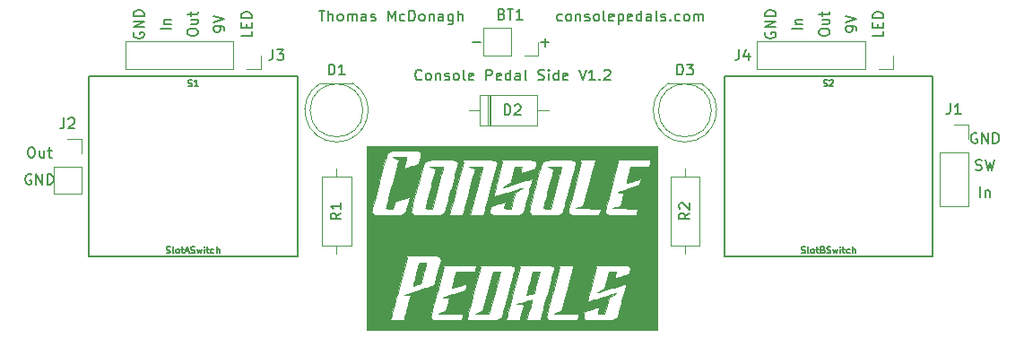
<source format=gbr>
G04 #@! TF.GenerationSoftware,KiCad,Pcbnew,(5.1.7)-1*
G04 #@! TF.CreationDate,2022-04-04T18:23:49-05:00*
G04 #@! TF.ProjectId,ConsolePedalSide,436f6e73-6f6c-4655-9065-64616c536964,rev?*
G04 #@! TF.SameCoordinates,Original*
G04 #@! TF.FileFunction,Legend,Top*
G04 #@! TF.FilePolarity,Positive*
%FSLAX46Y46*%
G04 Gerber Fmt 4.6, Leading zero omitted, Abs format (unit mm)*
G04 Created by KiCad (PCBNEW (5.1.7)-1) date 2022-04-04 18:23:49*
%MOMM*%
%LPD*%
G01*
G04 APERTURE LIST*
%ADD10C,0.150000*%
%ADD11C,0.010000*%
%ADD12C,0.203200*%
%ADD13C,0.120000*%
%ADD14C,0.127000*%
G04 APERTURE END LIST*
D10*
X88265095Y-111859441D02*
X88169857Y-111811821D01*
X88027000Y-111811821D01*
X87884142Y-111859441D01*
X87788904Y-111954679D01*
X87741285Y-112049917D01*
X87693666Y-112240393D01*
X87693666Y-112383250D01*
X87741285Y-112573726D01*
X87788904Y-112668964D01*
X87884142Y-112764202D01*
X88027000Y-112811821D01*
X88122238Y-112811821D01*
X88265095Y-112764202D01*
X88312714Y-112716583D01*
X88312714Y-112383250D01*
X88122238Y-112383250D01*
X88741285Y-112811821D02*
X88741285Y-111811821D01*
X89312714Y-112811821D01*
X89312714Y-111811821D01*
X89788904Y-112811821D02*
X89788904Y-111811821D01*
X90027000Y-111811821D01*
X90169857Y-111859441D01*
X90265095Y-111954679D01*
X90312714Y-112049917D01*
X90360333Y-112240393D01*
X90360333Y-112383250D01*
X90312714Y-112573726D01*
X90265095Y-112668964D01*
X90169857Y-112764202D01*
X90027000Y-112811821D01*
X89788904Y-112811821D01*
X125135761Y-102846142D02*
X125088142Y-102893761D01*
X124945285Y-102941380D01*
X124850047Y-102941380D01*
X124707190Y-102893761D01*
X124611952Y-102798523D01*
X124564333Y-102703285D01*
X124516714Y-102512809D01*
X124516714Y-102369952D01*
X124564333Y-102179476D01*
X124611952Y-102084238D01*
X124707190Y-101989000D01*
X124850047Y-101941380D01*
X124945285Y-101941380D01*
X125088142Y-101989000D01*
X125135761Y-102036619D01*
X125707190Y-102941380D02*
X125611952Y-102893761D01*
X125564333Y-102846142D01*
X125516714Y-102750904D01*
X125516714Y-102465190D01*
X125564333Y-102369952D01*
X125611952Y-102322333D01*
X125707190Y-102274714D01*
X125850047Y-102274714D01*
X125945285Y-102322333D01*
X125992904Y-102369952D01*
X126040523Y-102465190D01*
X126040523Y-102750904D01*
X125992904Y-102846142D01*
X125945285Y-102893761D01*
X125850047Y-102941380D01*
X125707190Y-102941380D01*
X126469095Y-102274714D02*
X126469095Y-102941380D01*
X126469095Y-102369952D02*
X126516714Y-102322333D01*
X126611952Y-102274714D01*
X126754809Y-102274714D01*
X126850047Y-102322333D01*
X126897666Y-102417571D01*
X126897666Y-102941380D01*
X127326238Y-102893761D02*
X127421476Y-102941380D01*
X127611952Y-102941380D01*
X127707190Y-102893761D01*
X127754809Y-102798523D01*
X127754809Y-102750904D01*
X127707190Y-102655666D01*
X127611952Y-102608047D01*
X127469095Y-102608047D01*
X127373857Y-102560428D01*
X127326238Y-102465190D01*
X127326238Y-102417571D01*
X127373857Y-102322333D01*
X127469095Y-102274714D01*
X127611952Y-102274714D01*
X127707190Y-102322333D01*
X128326238Y-102941380D02*
X128231000Y-102893761D01*
X128183380Y-102846142D01*
X128135761Y-102750904D01*
X128135761Y-102465190D01*
X128183380Y-102369952D01*
X128231000Y-102322333D01*
X128326238Y-102274714D01*
X128469095Y-102274714D01*
X128564333Y-102322333D01*
X128611952Y-102369952D01*
X128659571Y-102465190D01*
X128659571Y-102750904D01*
X128611952Y-102846142D01*
X128564333Y-102893761D01*
X128469095Y-102941380D01*
X128326238Y-102941380D01*
X129231000Y-102941380D02*
X129135761Y-102893761D01*
X129088142Y-102798523D01*
X129088142Y-101941380D01*
X129992904Y-102893761D02*
X129897666Y-102941380D01*
X129707190Y-102941380D01*
X129611952Y-102893761D01*
X129564333Y-102798523D01*
X129564333Y-102417571D01*
X129611952Y-102322333D01*
X129707190Y-102274714D01*
X129897666Y-102274714D01*
X129992904Y-102322333D01*
X130040523Y-102417571D01*
X130040523Y-102512809D01*
X129564333Y-102608047D01*
X131231000Y-102941380D02*
X131231000Y-101941380D01*
X131611952Y-101941380D01*
X131707190Y-101989000D01*
X131754809Y-102036619D01*
X131802428Y-102131857D01*
X131802428Y-102274714D01*
X131754809Y-102369952D01*
X131707190Y-102417571D01*
X131611952Y-102465190D01*
X131231000Y-102465190D01*
X132611952Y-102893761D02*
X132516714Y-102941380D01*
X132326238Y-102941380D01*
X132231000Y-102893761D01*
X132183380Y-102798523D01*
X132183380Y-102417571D01*
X132231000Y-102322333D01*
X132326238Y-102274714D01*
X132516714Y-102274714D01*
X132611952Y-102322333D01*
X132659571Y-102417571D01*
X132659571Y-102512809D01*
X132183380Y-102608047D01*
X133516714Y-102941380D02*
X133516714Y-101941380D01*
X133516714Y-102893761D02*
X133421476Y-102941380D01*
X133231000Y-102941380D01*
X133135761Y-102893761D01*
X133088142Y-102846142D01*
X133040523Y-102750904D01*
X133040523Y-102465190D01*
X133088142Y-102369952D01*
X133135761Y-102322333D01*
X133231000Y-102274714D01*
X133421476Y-102274714D01*
X133516714Y-102322333D01*
X134421476Y-102941380D02*
X134421476Y-102417571D01*
X134373857Y-102322333D01*
X134278619Y-102274714D01*
X134088142Y-102274714D01*
X133992904Y-102322333D01*
X134421476Y-102893761D02*
X134326238Y-102941380D01*
X134088142Y-102941380D01*
X133992904Y-102893761D01*
X133945285Y-102798523D01*
X133945285Y-102703285D01*
X133992904Y-102608047D01*
X134088142Y-102560428D01*
X134326238Y-102560428D01*
X134421476Y-102512809D01*
X135040523Y-102941380D02*
X134945285Y-102893761D01*
X134897666Y-102798523D01*
X134897666Y-101941380D01*
X136135761Y-102893761D02*
X136278619Y-102941380D01*
X136516714Y-102941380D01*
X136611952Y-102893761D01*
X136659571Y-102846142D01*
X136707190Y-102750904D01*
X136707190Y-102655666D01*
X136659571Y-102560428D01*
X136611952Y-102512809D01*
X136516714Y-102465190D01*
X136326238Y-102417571D01*
X136231000Y-102369952D01*
X136183380Y-102322333D01*
X136135761Y-102227095D01*
X136135761Y-102131857D01*
X136183380Y-102036619D01*
X136231000Y-101989000D01*
X136326238Y-101941380D01*
X136564333Y-101941380D01*
X136707190Y-101989000D01*
X137135761Y-102941380D02*
X137135761Y-102274714D01*
X137135761Y-101941380D02*
X137088142Y-101989000D01*
X137135761Y-102036619D01*
X137183380Y-101989000D01*
X137135761Y-101941380D01*
X137135761Y-102036619D01*
X138040523Y-102941380D02*
X138040523Y-101941380D01*
X138040523Y-102893761D02*
X137945285Y-102941380D01*
X137754809Y-102941380D01*
X137659571Y-102893761D01*
X137611952Y-102846142D01*
X137564333Y-102750904D01*
X137564333Y-102465190D01*
X137611952Y-102369952D01*
X137659571Y-102322333D01*
X137754809Y-102274714D01*
X137945285Y-102274714D01*
X138040523Y-102322333D01*
X138897666Y-102893761D02*
X138802428Y-102941380D01*
X138611952Y-102941380D01*
X138516714Y-102893761D01*
X138469095Y-102798523D01*
X138469095Y-102417571D01*
X138516714Y-102322333D01*
X138611952Y-102274714D01*
X138802428Y-102274714D01*
X138897666Y-102322333D01*
X138945285Y-102417571D01*
X138945285Y-102512809D01*
X138469095Y-102608047D01*
X139992904Y-101941380D02*
X140326238Y-102941380D01*
X140659571Y-101941380D01*
X141516714Y-102941380D02*
X140945285Y-102941380D01*
X141231000Y-102941380D02*
X141231000Y-101941380D01*
X141135761Y-102084238D01*
X141040523Y-102179476D01*
X140945285Y-102227095D01*
X141945285Y-102846142D02*
X141992904Y-102893761D01*
X141945285Y-102941380D01*
X141897666Y-102893761D01*
X141945285Y-102846142D01*
X141945285Y-102941380D01*
X142373857Y-102036619D02*
X142421476Y-101989000D01*
X142516714Y-101941380D01*
X142754809Y-101941380D01*
X142850047Y-101989000D01*
X142897666Y-102036619D01*
X142945285Y-102131857D01*
X142945285Y-102227095D01*
X142897666Y-102369952D01*
X142326238Y-102941380D01*
X142945285Y-102941380D01*
X138365800Y-97305761D02*
X138270561Y-97353380D01*
X138080085Y-97353380D01*
X137984847Y-97305761D01*
X137937228Y-97258142D01*
X137889609Y-97162904D01*
X137889609Y-96877190D01*
X137937228Y-96781952D01*
X137984847Y-96734333D01*
X138080085Y-96686714D01*
X138270561Y-96686714D01*
X138365800Y-96734333D01*
X138937228Y-97353380D02*
X138841990Y-97305761D01*
X138794371Y-97258142D01*
X138746752Y-97162904D01*
X138746752Y-96877190D01*
X138794371Y-96781952D01*
X138841990Y-96734333D01*
X138937228Y-96686714D01*
X139080085Y-96686714D01*
X139175323Y-96734333D01*
X139222942Y-96781952D01*
X139270561Y-96877190D01*
X139270561Y-97162904D01*
X139222942Y-97258142D01*
X139175323Y-97305761D01*
X139080085Y-97353380D01*
X138937228Y-97353380D01*
X139699133Y-96686714D02*
X139699133Y-97353380D01*
X139699133Y-96781952D02*
X139746752Y-96734333D01*
X139841990Y-96686714D01*
X139984847Y-96686714D01*
X140080085Y-96734333D01*
X140127704Y-96829571D01*
X140127704Y-97353380D01*
X140556276Y-97305761D02*
X140651514Y-97353380D01*
X140841990Y-97353380D01*
X140937228Y-97305761D01*
X140984847Y-97210523D01*
X140984847Y-97162904D01*
X140937228Y-97067666D01*
X140841990Y-97020047D01*
X140699133Y-97020047D01*
X140603895Y-96972428D01*
X140556276Y-96877190D01*
X140556276Y-96829571D01*
X140603895Y-96734333D01*
X140699133Y-96686714D01*
X140841990Y-96686714D01*
X140937228Y-96734333D01*
X141556276Y-97353380D02*
X141461038Y-97305761D01*
X141413419Y-97258142D01*
X141365800Y-97162904D01*
X141365800Y-96877190D01*
X141413419Y-96781952D01*
X141461038Y-96734333D01*
X141556276Y-96686714D01*
X141699133Y-96686714D01*
X141794371Y-96734333D01*
X141841990Y-96781952D01*
X141889609Y-96877190D01*
X141889609Y-97162904D01*
X141841990Y-97258142D01*
X141794371Y-97305761D01*
X141699133Y-97353380D01*
X141556276Y-97353380D01*
X142461038Y-97353380D02*
X142365800Y-97305761D01*
X142318181Y-97210523D01*
X142318181Y-96353380D01*
X143222942Y-97305761D02*
X143127704Y-97353380D01*
X142937228Y-97353380D01*
X142841990Y-97305761D01*
X142794371Y-97210523D01*
X142794371Y-96829571D01*
X142841990Y-96734333D01*
X142937228Y-96686714D01*
X143127704Y-96686714D01*
X143222942Y-96734333D01*
X143270561Y-96829571D01*
X143270561Y-96924809D01*
X142794371Y-97020047D01*
X143699133Y-96686714D02*
X143699133Y-97686714D01*
X143699133Y-96734333D02*
X143794371Y-96686714D01*
X143984847Y-96686714D01*
X144080085Y-96734333D01*
X144127704Y-96781952D01*
X144175323Y-96877190D01*
X144175323Y-97162904D01*
X144127704Y-97258142D01*
X144080085Y-97305761D01*
X143984847Y-97353380D01*
X143794371Y-97353380D01*
X143699133Y-97305761D01*
X144984847Y-97305761D02*
X144889609Y-97353380D01*
X144699133Y-97353380D01*
X144603895Y-97305761D01*
X144556276Y-97210523D01*
X144556276Y-96829571D01*
X144603895Y-96734333D01*
X144699133Y-96686714D01*
X144889609Y-96686714D01*
X144984847Y-96734333D01*
X145032466Y-96829571D01*
X145032466Y-96924809D01*
X144556276Y-97020047D01*
X145889609Y-97353380D02*
X145889609Y-96353380D01*
X145889609Y-97305761D02*
X145794371Y-97353380D01*
X145603895Y-97353380D01*
X145508657Y-97305761D01*
X145461038Y-97258142D01*
X145413419Y-97162904D01*
X145413419Y-96877190D01*
X145461038Y-96781952D01*
X145508657Y-96734333D01*
X145603895Y-96686714D01*
X145794371Y-96686714D01*
X145889609Y-96734333D01*
X146794371Y-97353380D02*
X146794371Y-96829571D01*
X146746752Y-96734333D01*
X146651514Y-96686714D01*
X146461038Y-96686714D01*
X146365800Y-96734333D01*
X146794371Y-97305761D02*
X146699133Y-97353380D01*
X146461038Y-97353380D01*
X146365800Y-97305761D01*
X146318181Y-97210523D01*
X146318181Y-97115285D01*
X146365800Y-97020047D01*
X146461038Y-96972428D01*
X146699133Y-96972428D01*
X146794371Y-96924809D01*
X147413419Y-97353380D02*
X147318181Y-97305761D01*
X147270561Y-97210523D01*
X147270561Y-96353380D01*
X147746752Y-97305761D02*
X147841990Y-97353380D01*
X148032466Y-97353380D01*
X148127704Y-97305761D01*
X148175323Y-97210523D01*
X148175323Y-97162904D01*
X148127704Y-97067666D01*
X148032466Y-97020047D01*
X147889609Y-97020047D01*
X147794371Y-96972428D01*
X147746752Y-96877190D01*
X147746752Y-96829571D01*
X147794371Y-96734333D01*
X147889609Y-96686714D01*
X148032466Y-96686714D01*
X148127704Y-96734333D01*
X148603895Y-97258142D02*
X148651514Y-97305761D01*
X148603895Y-97353380D01*
X148556276Y-97305761D01*
X148603895Y-97258142D01*
X148603895Y-97353380D01*
X149508657Y-97305761D02*
X149413419Y-97353380D01*
X149222942Y-97353380D01*
X149127704Y-97305761D01*
X149080085Y-97258142D01*
X149032466Y-97162904D01*
X149032466Y-96877190D01*
X149080085Y-96781952D01*
X149127704Y-96734333D01*
X149222942Y-96686714D01*
X149413419Y-96686714D01*
X149508657Y-96734333D01*
X150080085Y-97353380D02*
X149984847Y-97305761D01*
X149937228Y-97258142D01*
X149889609Y-97162904D01*
X149889609Y-96877190D01*
X149937228Y-96781952D01*
X149984847Y-96734333D01*
X150080085Y-96686714D01*
X150222942Y-96686714D01*
X150318181Y-96734333D01*
X150365800Y-96781952D01*
X150413419Y-96877190D01*
X150413419Y-97162904D01*
X150365800Y-97258142D01*
X150318181Y-97305761D01*
X150222942Y-97353380D01*
X150080085Y-97353380D01*
X150841990Y-97353380D02*
X150841990Y-96686714D01*
X150841990Y-96781952D02*
X150889609Y-96734333D01*
X150984847Y-96686714D01*
X151127704Y-96686714D01*
X151222942Y-96734333D01*
X151270561Y-96829571D01*
X151270561Y-97353380D01*
X151270561Y-96829571D02*
X151318181Y-96734333D01*
X151413419Y-96686714D01*
X151556276Y-96686714D01*
X151651514Y-96734333D01*
X151699133Y-96829571D01*
X151699133Y-97353380D01*
X115421038Y-96353380D02*
X115992466Y-96353380D01*
X115706752Y-97353380D02*
X115706752Y-96353380D01*
X116325800Y-97353380D02*
X116325800Y-96353380D01*
X116754371Y-97353380D02*
X116754371Y-96829571D01*
X116706752Y-96734333D01*
X116611514Y-96686714D01*
X116468657Y-96686714D01*
X116373419Y-96734333D01*
X116325800Y-96781952D01*
X117373419Y-97353380D02*
X117278181Y-97305761D01*
X117230561Y-97258142D01*
X117182942Y-97162904D01*
X117182942Y-96877190D01*
X117230561Y-96781952D01*
X117278181Y-96734333D01*
X117373419Y-96686714D01*
X117516276Y-96686714D01*
X117611514Y-96734333D01*
X117659133Y-96781952D01*
X117706752Y-96877190D01*
X117706752Y-97162904D01*
X117659133Y-97258142D01*
X117611514Y-97305761D01*
X117516276Y-97353380D01*
X117373419Y-97353380D01*
X118135323Y-97353380D02*
X118135323Y-96686714D01*
X118135323Y-96781952D02*
X118182942Y-96734333D01*
X118278181Y-96686714D01*
X118421038Y-96686714D01*
X118516276Y-96734333D01*
X118563895Y-96829571D01*
X118563895Y-97353380D01*
X118563895Y-96829571D02*
X118611514Y-96734333D01*
X118706752Y-96686714D01*
X118849609Y-96686714D01*
X118944847Y-96734333D01*
X118992466Y-96829571D01*
X118992466Y-97353380D01*
X119897228Y-97353380D02*
X119897228Y-96829571D01*
X119849609Y-96734333D01*
X119754371Y-96686714D01*
X119563895Y-96686714D01*
X119468657Y-96734333D01*
X119897228Y-97305761D02*
X119801990Y-97353380D01*
X119563895Y-97353380D01*
X119468657Y-97305761D01*
X119421038Y-97210523D01*
X119421038Y-97115285D01*
X119468657Y-97020047D01*
X119563895Y-96972428D01*
X119801990Y-96972428D01*
X119897228Y-96924809D01*
X120325800Y-97305761D02*
X120421038Y-97353380D01*
X120611514Y-97353380D01*
X120706752Y-97305761D01*
X120754371Y-97210523D01*
X120754371Y-97162904D01*
X120706752Y-97067666D01*
X120611514Y-97020047D01*
X120468657Y-97020047D01*
X120373419Y-96972428D01*
X120325800Y-96877190D01*
X120325800Y-96829571D01*
X120373419Y-96734333D01*
X120468657Y-96686714D01*
X120611514Y-96686714D01*
X120706752Y-96734333D01*
X121944847Y-97353380D02*
X121944847Y-96353380D01*
X122278181Y-97067666D01*
X122611514Y-96353380D01*
X122611514Y-97353380D01*
X123516276Y-97305761D02*
X123421038Y-97353380D01*
X123230561Y-97353380D01*
X123135323Y-97305761D01*
X123087704Y-97258142D01*
X123040085Y-97162904D01*
X123040085Y-96877190D01*
X123087704Y-96781952D01*
X123135323Y-96734333D01*
X123230561Y-96686714D01*
X123421038Y-96686714D01*
X123516276Y-96734333D01*
X123944847Y-97353380D02*
X123944847Y-96353380D01*
X124182942Y-96353380D01*
X124325800Y-96401000D01*
X124421038Y-96496238D01*
X124468657Y-96591476D01*
X124516276Y-96781952D01*
X124516276Y-96924809D01*
X124468657Y-97115285D01*
X124421038Y-97210523D01*
X124325800Y-97305761D01*
X124182942Y-97353380D01*
X123944847Y-97353380D01*
X125087704Y-97353380D02*
X124992466Y-97305761D01*
X124944847Y-97258142D01*
X124897228Y-97162904D01*
X124897228Y-96877190D01*
X124944847Y-96781952D01*
X124992466Y-96734333D01*
X125087704Y-96686714D01*
X125230561Y-96686714D01*
X125325800Y-96734333D01*
X125373419Y-96781952D01*
X125421038Y-96877190D01*
X125421038Y-97162904D01*
X125373419Y-97258142D01*
X125325800Y-97305761D01*
X125230561Y-97353380D01*
X125087704Y-97353380D01*
X125849609Y-96686714D02*
X125849609Y-97353380D01*
X125849609Y-96781952D02*
X125897228Y-96734333D01*
X125992466Y-96686714D01*
X126135323Y-96686714D01*
X126230561Y-96734333D01*
X126278181Y-96829571D01*
X126278181Y-97353380D01*
X127182942Y-97353380D02*
X127182942Y-96829571D01*
X127135323Y-96734333D01*
X127040085Y-96686714D01*
X126849609Y-96686714D01*
X126754371Y-96734333D01*
X127182942Y-97305761D02*
X127087704Y-97353380D01*
X126849609Y-97353380D01*
X126754371Y-97305761D01*
X126706752Y-97210523D01*
X126706752Y-97115285D01*
X126754371Y-97020047D01*
X126849609Y-96972428D01*
X127087704Y-96972428D01*
X127182942Y-96924809D01*
X128087704Y-96686714D02*
X128087704Y-97496238D01*
X128040085Y-97591476D01*
X127992466Y-97639095D01*
X127897228Y-97686714D01*
X127754371Y-97686714D01*
X127659133Y-97639095D01*
X128087704Y-97305761D02*
X127992466Y-97353380D01*
X127801990Y-97353380D01*
X127706752Y-97305761D01*
X127659133Y-97258142D01*
X127611514Y-97162904D01*
X127611514Y-96877190D01*
X127659133Y-96781952D01*
X127706752Y-96734333D01*
X127801990Y-96686714D01*
X127992466Y-96686714D01*
X128087704Y-96734333D01*
X128563895Y-97353380D02*
X128563895Y-96353380D01*
X128992466Y-97353380D02*
X128992466Y-96829571D01*
X128944847Y-96734333D01*
X128849609Y-96686714D01*
X128706752Y-96686714D01*
X128611514Y-96734333D01*
X128563895Y-96781952D01*
X109080561Y-98305857D02*
X109080561Y-98782047D01*
X108080561Y-98782047D01*
X108556752Y-97972523D02*
X108556752Y-97639190D01*
X109080561Y-97496333D02*
X109080561Y-97972523D01*
X108080561Y-97972523D01*
X108080561Y-97496333D01*
X109080561Y-97067761D02*
X108080561Y-97067761D01*
X108080561Y-96829666D01*
X108128181Y-96686809D01*
X108223419Y-96591571D01*
X108318657Y-96543952D01*
X108509133Y-96496333D01*
X108651990Y-96496333D01*
X108842466Y-96543952D01*
X108937704Y-96591571D01*
X109032942Y-96686809D01*
X109080561Y-96829666D01*
X109080561Y-97067761D01*
X106497380Y-98282047D02*
X106497380Y-98091571D01*
X106449761Y-97996333D01*
X106402142Y-97948714D01*
X106259285Y-97853476D01*
X106068809Y-97805857D01*
X105687857Y-97805857D01*
X105592619Y-97853476D01*
X105545000Y-97901095D01*
X105497380Y-97996333D01*
X105497380Y-98186809D01*
X105545000Y-98282047D01*
X105592619Y-98329666D01*
X105687857Y-98377285D01*
X105925952Y-98377285D01*
X106021190Y-98329666D01*
X106068809Y-98282047D01*
X106116428Y-98186809D01*
X106116428Y-97996333D01*
X106068809Y-97901095D01*
X106021190Y-97853476D01*
X105925952Y-97805857D01*
X105497380Y-97520142D02*
X106497380Y-97186809D01*
X105497380Y-96853476D01*
X103000561Y-98496333D02*
X103000561Y-98305857D01*
X103048181Y-98210619D01*
X103143419Y-98115380D01*
X103333895Y-98067761D01*
X103667228Y-98067761D01*
X103857704Y-98115380D01*
X103952942Y-98210619D01*
X104000561Y-98305857D01*
X104000561Y-98496333D01*
X103952942Y-98591571D01*
X103857704Y-98686809D01*
X103667228Y-98734428D01*
X103333895Y-98734428D01*
X103143419Y-98686809D01*
X103048181Y-98591571D01*
X103000561Y-98496333D01*
X103333895Y-97210619D02*
X104000561Y-97210619D01*
X103333895Y-97639190D02*
X103857704Y-97639190D01*
X103952942Y-97591571D01*
X104000561Y-97496333D01*
X104000561Y-97353476D01*
X103952942Y-97258238D01*
X103905323Y-97210619D01*
X103333895Y-96877285D02*
X103333895Y-96496333D01*
X103000561Y-96734428D02*
X103857704Y-96734428D01*
X103952942Y-96686809D01*
X104000561Y-96591571D01*
X104000561Y-96496333D01*
X101460561Y-98115380D02*
X100460561Y-98115380D01*
X100793895Y-97639190D02*
X101460561Y-97639190D01*
X100889133Y-97639190D02*
X100841514Y-97591571D01*
X100793895Y-97496333D01*
X100793895Y-97353476D01*
X100841514Y-97258238D01*
X100936752Y-97210619D01*
X101460561Y-97210619D01*
X97968181Y-98424904D02*
X97920561Y-98520142D01*
X97920561Y-98663000D01*
X97968181Y-98805857D01*
X98063419Y-98901095D01*
X98158657Y-98948714D01*
X98349133Y-98996333D01*
X98491990Y-98996333D01*
X98682466Y-98948714D01*
X98777704Y-98901095D01*
X98872942Y-98805857D01*
X98920561Y-98663000D01*
X98920561Y-98567761D01*
X98872942Y-98424904D01*
X98825323Y-98377285D01*
X98491990Y-98377285D01*
X98491990Y-98567761D01*
X98920561Y-97948714D02*
X97920561Y-97948714D01*
X98920561Y-97377285D01*
X97920561Y-97377285D01*
X98920561Y-96901095D02*
X97920561Y-96901095D01*
X97920561Y-96663000D01*
X97968181Y-96520142D01*
X98063419Y-96424904D01*
X98158657Y-96377285D01*
X98349133Y-96329666D01*
X98491990Y-96329666D01*
X98682466Y-96377285D01*
X98777704Y-96424904D01*
X98872942Y-96520142D01*
X98920561Y-96663000D01*
X98920561Y-96901095D01*
X168727380Y-98305857D02*
X168727380Y-98782047D01*
X167727380Y-98782047D01*
X168203571Y-97972523D02*
X168203571Y-97639190D01*
X168727380Y-97496333D02*
X168727380Y-97972523D01*
X167727380Y-97972523D01*
X167727380Y-97496333D01*
X168727380Y-97067761D02*
X167727380Y-97067761D01*
X167727380Y-96829666D01*
X167775000Y-96686809D01*
X167870238Y-96591571D01*
X167965476Y-96543952D01*
X168155952Y-96496333D01*
X168298809Y-96496333D01*
X168489285Y-96543952D01*
X168584523Y-96591571D01*
X168679761Y-96686809D01*
X168727380Y-96829666D01*
X168727380Y-97067761D01*
X166187380Y-98282047D02*
X166187380Y-98091571D01*
X166139761Y-97996333D01*
X166092142Y-97948714D01*
X165949285Y-97853476D01*
X165758809Y-97805857D01*
X165377857Y-97805857D01*
X165282619Y-97853476D01*
X165235000Y-97901095D01*
X165187380Y-97996333D01*
X165187380Y-98186809D01*
X165235000Y-98282047D01*
X165282619Y-98329666D01*
X165377857Y-98377285D01*
X165615952Y-98377285D01*
X165711190Y-98329666D01*
X165758809Y-98282047D01*
X165806428Y-98186809D01*
X165806428Y-97996333D01*
X165758809Y-97901095D01*
X165711190Y-97853476D01*
X165615952Y-97805857D01*
X165187380Y-97520142D02*
X166187380Y-97186809D01*
X165187380Y-96853476D01*
X162647380Y-98496333D02*
X162647380Y-98305857D01*
X162695000Y-98210619D01*
X162790238Y-98115380D01*
X162980714Y-98067761D01*
X163314047Y-98067761D01*
X163504523Y-98115380D01*
X163599761Y-98210619D01*
X163647380Y-98305857D01*
X163647380Y-98496333D01*
X163599761Y-98591571D01*
X163504523Y-98686809D01*
X163314047Y-98734428D01*
X162980714Y-98734428D01*
X162790238Y-98686809D01*
X162695000Y-98591571D01*
X162647380Y-98496333D01*
X162980714Y-97210619D02*
X163647380Y-97210619D01*
X162980714Y-97639190D02*
X163504523Y-97639190D01*
X163599761Y-97591571D01*
X163647380Y-97496333D01*
X163647380Y-97353476D01*
X163599761Y-97258238D01*
X163552142Y-97210619D01*
X162980714Y-96877285D02*
X162980714Y-96496333D01*
X162647380Y-96734428D02*
X163504523Y-96734428D01*
X163599761Y-96686809D01*
X163647380Y-96591571D01*
X163647380Y-96496333D01*
X161107380Y-98115380D02*
X160107380Y-98115380D01*
X160440714Y-97639190D02*
X161107380Y-97639190D01*
X160535952Y-97639190D02*
X160488333Y-97591571D01*
X160440714Y-97496333D01*
X160440714Y-97353476D01*
X160488333Y-97258238D01*
X160583571Y-97210619D01*
X161107380Y-97210619D01*
X157615000Y-98424904D02*
X157567380Y-98520142D01*
X157567380Y-98663000D01*
X157615000Y-98805857D01*
X157710238Y-98901095D01*
X157805476Y-98948714D01*
X157995952Y-98996333D01*
X158138809Y-98996333D01*
X158329285Y-98948714D01*
X158424523Y-98901095D01*
X158519761Y-98805857D01*
X158567380Y-98663000D01*
X158567380Y-98567761D01*
X158519761Y-98424904D01*
X158472142Y-98377285D01*
X158138809Y-98377285D01*
X158138809Y-98567761D01*
X158567380Y-97948714D02*
X157567380Y-97948714D01*
X158567380Y-97377285D01*
X157567380Y-97377285D01*
X158567380Y-96901095D02*
X157567380Y-96901095D01*
X157567380Y-96663000D01*
X157615000Y-96520142D01*
X157710238Y-96424904D01*
X157805476Y-96377285D01*
X157995952Y-96329666D01*
X158138809Y-96329666D01*
X158329285Y-96377285D01*
X158424523Y-96424904D01*
X158519761Y-96520142D01*
X158567380Y-96663000D01*
X158567380Y-96901095D01*
X129921047Y-99385428D02*
X130682952Y-99385428D01*
X136398047Y-99385428D02*
X137159952Y-99385428D01*
X136779000Y-99766380D02*
X136779000Y-99004476D01*
X177450857Y-111402761D02*
X177593714Y-111450380D01*
X177831809Y-111450380D01*
X177927047Y-111402761D01*
X177974666Y-111355142D01*
X178022285Y-111259904D01*
X178022285Y-111164666D01*
X177974666Y-111069428D01*
X177927047Y-111021809D01*
X177831809Y-110974190D01*
X177641333Y-110926571D01*
X177546095Y-110878952D01*
X177498476Y-110831333D01*
X177450857Y-110736095D01*
X177450857Y-110640857D01*
X177498476Y-110545619D01*
X177546095Y-110498000D01*
X177641333Y-110450380D01*
X177879428Y-110450380D01*
X178022285Y-110498000D01*
X178355619Y-110450380D02*
X178593714Y-111450380D01*
X178784190Y-110736095D01*
X178974666Y-111450380D01*
X179212761Y-110450380D01*
X177855619Y-113990380D02*
X177855619Y-112990380D01*
X178331809Y-113323714D02*
X178331809Y-113990380D01*
X178331809Y-113418952D02*
X178379428Y-113371333D01*
X178474666Y-113323714D01*
X178617523Y-113323714D01*
X178712761Y-113371333D01*
X178760380Y-113466571D01*
X178760380Y-113990380D01*
X177546095Y-107958000D02*
X177450857Y-107910380D01*
X177308000Y-107910380D01*
X177165142Y-107958000D01*
X177069904Y-108053238D01*
X177022285Y-108148476D01*
X176974666Y-108338952D01*
X176974666Y-108481809D01*
X177022285Y-108672285D01*
X177069904Y-108767523D01*
X177165142Y-108862761D01*
X177308000Y-108910380D01*
X177403238Y-108910380D01*
X177546095Y-108862761D01*
X177593714Y-108815142D01*
X177593714Y-108481809D01*
X177403238Y-108481809D01*
X178022285Y-108910380D02*
X178022285Y-107910380D01*
X178593714Y-108910380D01*
X178593714Y-107910380D01*
X179069904Y-108910380D02*
X179069904Y-107910380D01*
X179308000Y-107910380D01*
X179450857Y-107958000D01*
X179546095Y-108053238D01*
X179593714Y-108148476D01*
X179641333Y-108338952D01*
X179641333Y-108481809D01*
X179593714Y-108672285D01*
X179546095Y-108767523D01*
X179450857Y-108862761D01*
X179308000Y-108910380D01*
X179069904Y-108910380D01*
X88193666Y-109271821D02*
X88384142Y-109271821D01*
X88479380Y-109319441D01*
X88574619Y-109414679D01*
X88622238Y-109605155D01*
X88622238Y-109938488D01*
X88574619Y-110128964D01*
X88479380Y-110224202D01*
X88384142Y-110271821D01*
X88193666Y-110271821D01*
X88098428Y-110224202D01*
X88003190Y-110128964D01*
X87955571Y-109938488D01*
X87955571Y-109605155D01*
X88003190Y-109414679D01*
X88098428Y-109319441D01*
X88193666Y-109271821D01*
X89479380Y-109605155D02*
X89479380Y-110271821D01*
X89050809Y-109605155D02*
X89050809Y-110128964D01*
X89098428Y-110224202D01*
X89193666Y-110271821D01*
X89336523Y-110271821D01*
X89431761Y-110224202D01*
X89479380Y-110176583D01*
X89812714Y-109605155D02*
X90193666Y-109605155D01*
X89955571Y-109271821D02*
X89955571Y-110128964D01*
X90003190Y-110224202D01*
X90098428Y-110271821D01*
X90193666Y-110271821D01*
D11*
G04 #@! TO.C,G\u002A\u002A\u002A*
G36*
X137908401Y-111094061D02*
G01*
X138080935Y-111096752D01*
X138202555Y-111101709D01*
X138279547Y-111109317D01*
X138318195Y-111119963D01*
X138325231Y-111132937D01*
X138314777Y-111169827D01*
X138289389Y-111262774D01*
X138250492Y-111406479D01*
X138199512Y-111595640D01*
X138137871Y-111824958D01*
X138066995Y-112089132D01*
X137988308Y-112382864D01*
X137903233Y-112700852D01*
X137813196Y-113037796D01*
X137791963Y-113117312D01*
X137272756Y-115062000D01*
X136945377Y-115062000D01*
X136775981Y-115058797D01*
X136668270Y-115049080D01*
X136620745Y-115032686D01*
X136617999Y-115026295D01*
X136625923Y-114992075D01*
X136648534Y-114903084D01*
X136684088Y-114765887D01*
X136730839Y-114587049D01*
X136787044Y-114373136D01*
X136850958Y-114130713D01*
X136920837Y-113866346D01*
X136994937Y-113586601D01*
X137071514Y-113298043D01*
X137148823Y-113007238D01*
X137225120Y-112720751D01*
X137298660Y-112445148D01*
X137367700Y-112186994D01*
X137430496Y-111952856D01*
X137485302Y-111749298D01*
X137530375Y-111582886D01*
X137563970Y-111460187D01*
X137584344Y-111387764D01*
X137587134Y-111378389D01*
X137578086Y-111347838D01*
X137527455Y-111313337D01*
X137427539Y-111270535D01*
X137340125Y-111238848D01*
X137218353Y-111194559D01*
X137119047Y-111155084D01*
X137058062Y-111126856D01*
X137048211Y-111120396D01*
X137069026Y-111112209D01*
X137144937Y-111105050D01*
X137267546Y-111099280D01*
X137428451Y-111095261D01*
X137619254Y-111093355D01*
X137678670Y-111093249D01*
X137908401Y-111094061D01*
G37*
X137908401Y-111094061D02*
X138080935Y-111096752D01*
X138202555Y-111101709D01*
X138279547Y-111109317D01*
X138318195Y-111119963D01*
X138325231Y-111132937D01*
X138314777Y-111169827D01*
X138289389Y-111262774D01*
X138250492Y-111406479D01*
X138199512Y-111595640D01*
X138137871Y-111824958D01*
X138066995Y-112089132D01*
X137988308Y-112382864D01*
X137903233Y-112700852D01*
X137813196Y-113037796D01*
X137791963Y-113117312D01*
X137272756Y-115062000D01*
X136945377Y-115062000D01*
X136775981Y-115058797D01*
X136668270Y-115049080D01*
X136620745Y-115032686D01*
X136617999Y-115026295D01*
X136625923Y-114992075D01*
X136648534Y-114903084D01*
X136684088Y-114765887D01*
X136730839Y-114587049D01*
X136787044Y-114373136D01*
X136850958Y-114130713D01*
X136920837Y-113866346D01*
X136994937Y-113586601D01*
X137071514Y-113298043D01*
X137148823Y-113007238D01*
X137225120Y-112720751D01*
X137298660Y-112445148D01*
X137367700Y-112186994D01*
X137430496Y-111952856D01*
X137485302Y-111749298D01*
X137530375Y-111582886D01*
X137563970Y-111460187D01*
X137584344Y-111387764D01*
X137587134Y-111378389D01*
X137578086Y-111347838D01*
X137527455Y-111313337D01*
X137427539Y-111270535D01*
X137340125Y-111238848D01*
X137218353Y-111194559D01*
X137119047Y-111155084D01*
X137058062Y-111126856D01*
X137048211Y-111120396D01*
X137069026Y-111112209D01*
X137144937Y-111105050D01*
X137267546Y-111099280D01*
X137428451Y-111095261D01*
X137619254Y-111093355D01*
X137678670Y-111093249D01*
X137908401Y-111094061D01*
G36*
X126764151Y-111094061D02*
G01*
X126936685Y-111096752D01*
X127058305Y-111101709D01*
X127135297Y-111109317D01*
X127173945Y-111119963D01*
X127180981Y-111132937D01*
X127170527Y-111169827D01*
X127145139Y-111262774D01*
X127106242Y-111406479D01*
X127055262Y-111595640D01*
X126993621Y-111824958D01*
X126922745Y-112089132D01*
X126844058Y-112382864D01*
X126758983Y-112700852D01*
X126668946Y-113037796D01*
X126647713Y-113117312D01*
X126128506Y-115062000D01*
X125801127Y-115062000D01*
X125631731Y-115058797D01*
X125524020Y-115049080D01*
X125476495Y-115032686D01*
X125473749Y-115026295D01*
X125481673Y-114992075D01*
X125504284Y-114903084D01*
X125539838Y-114765887D01*
X125586589Y-114587049D01*
X125642794Y-114373136D01*
X125706708Y-114130713D01*
X125776587Y-113866346D01*
X125850687Y-113586601D01*
X125927264Y-113298043D01*
X126004573Y-113007238D01*
X126080870Y-112720751D01*
X126154410Y-112445148D01*
X126223450Y-112186994D01*
X126286246Y-111952856D01*
X126341052Y-111749298D01*
X126386125Y-111582886D01*
X126419720Y-111460187D01*
X126440094Y-111387764D01*
X126442884Y-111378389D01*
X126433836Y-111347838D01*
X126383205Y-111313337D01*
X126283289Y-111270535D01*
X126195875Y-111238848D01*
X126074103Y-111194559D01*
X125974797Y-111155084D01*
X125913812Y-111126856D01*
X125903961Y-111120396D01*
X125924776Y-111112209D01*
X126000687Y-111105050D01*
X126123296Y-111099280D01*
X126284201Y-111095261D01*
X126475004Y-111093355D01*
X126534420Y-111093249D01*
X126764151Y-111094061D01*
G37*
X126764151Y-111094061D02*
X126936685Y-111096752D01*
X127058305Y-111101709D01*
X127135297Y-111109317D01*
X127173945Y-111119963D01*
X127180981Y-111132937D01*
X127170527Y-111169827D01*
X127145139Y-111262774D01*
X127106242Y-111406479D01*
X127055262Y-111595640D01*
X126993621Y-111824958D01*
X126922745Y-112089132D01*
X126844058Y-112382864D01*
X126758983Y-112700852D01*
X126668946Y-113037796D01*
X126647713Y-113117312D01*
X126128506Y-115062000D01*
X125801127Y-115062000D01*
X125631731Y-115058797D01*
X125524020Y-115049080D01*
X125476495Y-115032686D01*
X125473749Y-115026295D01*
X125481673Y-114992075D01*
X125504284Y-114903084D01*
X125539838Y-114765887D01*
X125586589Y-114587049D01*
X125642794Y-114373136D01*
X125706708Y-114130713D01*
X125776587Y-113866346D01*
X125850687Y-113586601D01*
X125927264Y-113298043D01*
X126004573Y-113007238D01*
X126080870Y-112720751D01*
X126154410Y-112445148D01*
X126223450Y-112186994D01*
X126286246Y-111952856D01*
X126341052Y-111749298D01*
X126386125Y-111582886D01*
X126419720Y-111460187D01*
X126440094Y-111387764D01*
X126442884Y-111378389D01*
X126433836Y-111347838D01*
X126383205Y-111313337D01*
X126283289Y-111270535D01*
X126195875Y-111238848D01*
X126074103Y-111194559D01*
X125974797Y-111155084D01*
X125913812Y-111126856D01*
X125903961Y-111120396D01*
X125924776Y-111112209D01*
X126000687Y-111105050D01*
X126123296Y-111099280D01*
X126284201Y-111095261D01*
X126475004Y-111093355D01*
X126534420Y-111093249D01*
X126764151Y-111094061D01*
G36*
X136252157Y-121101354D02*
G01*
X136239533Y-121149608D01*
X136212724Y-121250907D01*
X136173940Y-121396948D01*
X136125388Y-121579428D01*
X136069275Y-121790044D01*
X136007811Y-122020494D01*
X135988026Y-122094625D01*
X135742239Y-123015375D01*
X135480148Y-123100487D01*
X135303245Y-123156638D01*
X135178026Y-123192674D01*
X135096464Y-123210096D01*
X135050534Y-123210408D01*
X135032212Y-123195110D01*
X135030818Y-123184585D01*
X135038866Y-123144871D01*
X135061582Y-123051258D01*
X135097056Y-122911148D01*
X135143380Y-122731939D01*
X135198644Y-122521031D01*
X135260939Y-122285825D01*
X135312012Y-122094625D01*
X135592887Y-121046875D01*
X135931695Y-121037854D01*
X136270502Y-121028833D01*
X136252157Y-121101354D01*
G37*
X136252157Y-121101354D02*
X136239533Y-121149608D01*
X136212724Y-121250907D01*
X136173940Y-121396948D01*
X136125388Y-121579428D01*
X136069275Y-121790044D01*
X136007811Y-122020494D01*
X135988026Y-122094625D01*
X135742239Y-123015375D01*
X135480148Y-123100487D01*
X135303245Y-123156638D01*
X135178026Y-123192674D01*
X135096464Y-123210096D01*
X135050534Y-123210408D01*
X135032212Y-123195110D01*
X135030818Y-123184585D01*
X135038866Y-123144871D01*
X135061582Y-123051258D01*
X135097056Y-122911148D01*
X135143380Y-122731939D01*
X135198644Y-122521031D01*
X135260939Y-122285825D01*
X135312012Y-122094625D01*
X135592887Y-121046875D01*
X135931695Y-121037854D01*
X136270502Y-121028833D01*
X136252157Y-121101354D01*
G36*
X132476732Y-121038079D02*
G01*
X132531375Y-121047031D01*
X132548284Y-121062972D01*
X132547158Y-121069574D01*
X132536628Y-121106663D01*
X132511166Y-121199805D01*
X132472200Y-121343697D01*
X132421155Y-121533033D01*
X132359456Y-121762511D01*
X132288530Y-122026825D01*
X132209801Y-122320673D01*
X132124697Y-122638749D01*
X132034642Y-122975749D01*
X132013463Y-123055062D01*
X131494256Y-124999750D01*
X130844085Y-124999750D01*
X130650149Y-124998874D01*
X130481105Y-124996427D01*
X130345984Y-124992681D01*
X130253818Y-124987908D01*
X130213637Y-124982380D01*
X130212901Y-124980763D01*
X130249330Y-124964088D01*
X130333174Y-124933702D01*
X130451064Y-124894273D01*
X130559506Y-124859789D01*
X130887124Y-124757801D01*
X131382840Y-122902338D01*
X131878557Y-121046875D01*
X132220102Y-121037824D01*
X132375819Y-121035286D01*
X132476732Y-121038079D01*
G37*
X132476732Y-121038079D02*
X132531375Y-121047031D01*
X132548284Y-121062972D01*
X132547158Y-121069574D01*
X132536628Y-121106663D01*
X132511166Y-121199805D01*
X132472200Y-121343697D01*
X132421155Y-121533033D01*
X132359456Y-121762511D01*
X132288530Y-122026825D01*
X132209801Y-122320673D01*
X132124697Y-122638749D01*
X132034642Y-122975749D01*
X132013463Y-123055062D01*
X131494256Y-124999750D01*
X130844085Y-124999750D01*
X130650149Y-124998874D01*
X130481105Y-124996427D01*
X130345984Y-124992681D01*
X130253818Y-124987908D01*
X130213637Y-124982380D01*
X130212901Y-124980763D01*
X130249330Y-124964088D01*
X130333174Y-124933702D01*
X130451064Y-124894273D01*
X130559506Y-124859789D01*
X130887124Y-124757801D01*
X131382840Y-122902338D01*
X131878557Y-121046875D01*
X132220102Y-121037824D01*
X132375819Y-121035286D01*
X132476732Y-121038079D01*
G36*
X125372471Y-120144605D02*
G01*
X125482097Y-120151652D01*
X125551385Y-120161983D01*
X125568999Y-120171389D01*
X125561205Y-120206260D01*
X125539408Y-120293088D01*
X125505980Y-120422918D01*
X125463296Y-120586795D01*
X125413731Y-120775766D01*
X125359657Y-120980875D01*
X125303449Y-121193168D01*
X125247480Y-121403692D01*
X125194126Y-121603492D01*
X125145760Y-121783614D01*
X125104755Y-121935103D01*
X125073487Y-122049004D01*
X125054328Y-122116365D01*
X125049462Y-122130987D01*
X125019342Y-122141654D01*
X124940543Y-122167287D01*
X124825037Y-122204043D01*
X124685006Y-122248010D01*
X124324888Y-122360421D01*
X124345395Y-122275148D01*
X124358361Y-122224465D01*
X124385584Y-122120430D01*
X124424951Y-121971045D01*
X124474344Y-121784309D01*
X124531651Y-121568225D01*
X124594755Y-121330793D01*
X124634075Y-121183086D01*
X124698531Y-120940600D01*
X124757421Y-120718080D01*
X124808827Y-120522858D01*
X124850827Y-120362265D01*
X124881502Y-120243633D01*
X124898931Y-120174291D01*
X124902249Y-120159149D01*
X124931810Y-120152109D01*
X125011751Y-120146469D01*
X125128955Y-120142905D01*
X125235624Y-120142000D01*
X125372471Y-120144605D01*
G37*
X125372471Y-120144605D02*
X125482097Y-120151652D01*
X125551385Y-120161983D01*
X125568999Y-120171389D01*
X125561205Y-120206260D01*
X125539408Y-120293088D01*
X125505980Y-120422918D01*
X125463296Y-120586795D01*
X125413731Y-120775766D01*
X125359657Y-120980875D01*
X125303449Y-121193168D01*
X125247480Y-121403692D01*
X125194126Y-121603492D01*
X125145760Y-121783614D01*
X125104755Y-121935103D01*
X125073487Y-122049004D01*
X125054328Y-122116365D01*
X125049462Y-122130987D01*
X125019342Y-122141654D01*
X124940543Y-122167287D01*
X124825037Y-122204043D01*
X124685006Y-122248010D01*
X124324888Y-122360421D01*
X124345395Y-122275148D01*
X124358361Y-122224465D01*
X124385584Y-122120430D01*
X124424951Y-121971045D01*
X124474344Y-121784309D01*
X124531651Y-121568225D01*
X124594755Y-121330793D01*
X124634075Y-121183086D01*
X124698531Y-120940600D01*
X124757421Y-120718080D01*
X124808827Y-120522858D01*
X124850827Y-120362265D01*
X124881502Y-120243633D01*
X124898931Y-120174291D01*
X124902249Y-120159149D01*
X124931810Y-120152109D01*
X125011751Y-120146469D01*
X125128955Y-120142905D01*
X125235624Y-120142000D01*
X125372471Y-120144605D01*
G36*
X147412999Y-126523750D02*
G01*
X119980999Y-126523750D01*
X119980999Y-125634750D01*
X122143421Y-125634750D01*
X122790445Y-125634750D01*
X129352367Y-125634750D01*
X130692512Y-125634750D01*
X133067117Y-125634750D01*
X134358824Y-125634750D01*
X134391233Y-125531562D01*
X134409271Y-125469497D01*
X134440443Y-125357337D01*
X134481667Y-125206378D01*
X134529859Y-125027920D01*
X134581937Y-124833260D01*
X134588328Y-124809250D01*
X134639245Y-124618652D01*
X134685289Y-124447852D01*
X134723742Y-124306796D01*
X134751891Y-124205435D01*
X134767019Y-124153717D01*
X134768153Y-124150437D01*
X134759403Y-124131641D01*
X134710967Y-124119130D01*
X134615067Y-124111870D01*
X134463924Y-124108829D01*
X134454458Y-124108767D01*
X134125624Y-124106785D01*
X134837921Y-123887086D01*
X135038987Y-123825466D01*
X135218695Y-123771149D01*
X135368555Y-123726640D01*
X135480079Y-123694442D01*
X135544776Y-123677058D01*
X135557662Y-123674830D01*
X135551534Y-123706121D01*
X135530662Y-123791317D01*
X135496965Y-123923045D01*
X135452358Y-124093936D01*
X135398757Y-124296618D01*
X135338081Y-124523719D01*
X135303949Y-124650574D01*
X135042792Y-125618875D01*
X135676265Y-125627484D01*
X135870157Y-125629420D01*
X136041516Y-125629799D01*
X136180538Y-125628709D01*
X136277418Y-125626238D01*
X136322351Y-125622474D01*
X136324153Y-125621678D01*
X136335519Y-125588389D01*
X136361548Y-125499352D01*
X136400728Y-125360226D01*
X136421933Y-125283633D01*
X136903749Y-125283633D01*
X136903749Y-125283721D01*
X136933599Y-125405484D01*
X137019502Y-125506254D01*
X137155983Y-125580749D01*
X137237124Y-125605445D01*
X137289359Y-125610456D01*
X137397617Y-125614848D01*
X137554421Y-125618519D01*
X137752296Y-125621369D01*
X137983766Y-125623294D01*
X138241356Y-125624195D01*
X138517589Y-125623968D01*
X138583461Y-125623744D01*
X139834548Y-125618875D01*
X139907541Y-125349000D01*
X139928395Y-125269591D01*
X140399188Y-125269591D01*
X140407026Y-125355443D01*
X140437112Y-125424352D01*
X140445502Y-125436939D01*
X140481669Y-125484094D01*
X140522016Y-125522816D01*
X140572854Y-125553955D01*
X140640493Y-125578362D01*
X140731242Y-125596886D01*
X140851412Y-125610378D01*
X141007314Y-125619687D01*
X141205256Y-125625664D01*
X141451550Y-125629159D01*
X141752506Y-125631021D01*
X141889765Y-125631500D01*
X142195617Y-125631917D01*
X142445144Y-125630941D01*
X142645507Y-125628310D01*
X142803873Y-125623763D01*
X142927404Y-125617039D01*
X143023264Y-125607875D01*
X143098617Y-125596011D01*
X143143890Y-125585729D01*
X143339195Y-125517129D01*
X143493541Y-125425556D01*
X143597586Y-125317075D01*
X143620310Y-125276407D01*
X143637909Y-125225671D01*
X143668816Y-125123038D01*
X143711143Y-124975603D01*
X143763001Y-124790459D01*
X143822500Y-124574700D01*
X143887750Y-124335421D01*
X143956864Y-124079714D01*
X144027950Y-123814675D01*
X144099120Y-123547396D01*
X144168485Y-123284972D01*
X144234155Y-123034496D01*
X144294242Y-122803062D01*
X144346855Y-122597765D01*
X144390105Y-122425698D01*
X144422104Y-122293954D01*
X144440961Y-122209629D01*
X144444993Y-122179910D01*
X144412707Y-122186020D01*
X144325885Y-122209102D01*
X144190656Y-122247360D01*
X144013145Y-122299000D01*
X143799481Y-122362223D01*
X143555790Y-122435236D01*
X143288200Y-122516240D01*
X143061844Y-122585345D01*
X142779674Y-122671475D01*
X142516608Y-122751140D01*
X142278759Y-122822536D01*
X142072243Y-122883855D01*
X141903174Y-122933292D01*
X141777667Y-122969041D01*
X141701837Y-122989297D01*
X141681052Y-122993137D01*
X141702665Y-122974284D01*
X141770080Y-122930897D01*
X141873443Y-122869007D01*
X142002897Y-122794645D01*
X142034070Y-122777115D01*
X142194107Y-122684902D01*
X142304856Y-122614220D01*
X142374295Y-122559166D01*
X142410403Y-122513831D01*
X142418576Y-122492461D01*
X142432305Y-122438947D01*
X142459643Y-122334185D01*
X142497929Y-122188307D01*
X142544501Y-122011447D01*
X142596698Y-121813735D01*
X142618975Y-121729500D01*
X142799588Y-121046875D01*
X143140282Y-121037838D01*
X143290614Y-121034632D01*
X143387949Y-121035603D01*
X143442737Y-121042285D01*
X143465427Y-121056211D01*
X143466465Y-121078915D01*
X143464763Y-121085463D01*
X143402647Y-121308283D01*
X143358789Y-121478490D01*
X143333731Y-121593775D01*
X143328016Y-121651827D01*
X143330228Y-121657812D01*
X143364450Y-121654151D01*
X143450384Y-121633980D01*
X143579126Y-121599707D01*
X143741774Y-121553745D01*
X143929422Y-121498505D01*
X144023245Y-121470167D01*
X144698374Y-121264633D01*
X144754995Y-121092254D01*
X144791231Y-120968286D01*
X144820364Y-120844820D01*
X144829933Y-120790880D01*
X144835823Y-120701875D01*
X144814335Y-120638037D01*
X144754452Y-120568105D01*
X144749740Y-120563375D01*
X144610332Y-120468774D01*
X144490676Y-120430432D01*
X144413975Y-120421309D01*
X144276794Y-120413482D01*
X144082140Y-120407016D01*
X143833021Y-120401976D01*
X143532443Y-120398427D01*
X143183414Y-120396434D01*
X142901791Y-120396000D01*
X141473459Y-120396000D01*
X141623575Y-120616914D01*
X141187139Y-122244726D01*
X141104241Y-122554327D01*
X141026692Y-122844745D01*
X140955984Y-123110336D01*
X140893610Y-123345455D01*
X140841063Y-123544455D01*
X140799835Y-123701693D01*
X140771420Y-123811522D01*
X140757310Y-123868298D01*
X140756038Y-123875048D01*
X140786493Y-123866538D01*
X140871426Y-123841186D01*
X141004640Y-123800879D01*
X141179940Y-123747508D01*
X141391129Y-123682961D01*
X141632012Y-123609128D01*
X141896391Y-123527898D01*
X142078999Y-123471689D01*
X142359442Y-123385520D01*
X142623874Y-123304683D01*
X142865527Y-123231219D01*
X143077632Y-123167166D01*
X143253421Y-123114563D01*
X143386125Y-123075450D01*
X143468978Y-123051865D01*
X143491874Y-123046030D01*
X143501449Y-123053001D01*
X143461932Y-123085964D01*
X143379898Y-123140362D01*
X143261922Y-123211640D01*
X143207540Y-123243058D01*
X142827957Y-123459875D01*
X142622928Y-124229812D01*
X142417900Y-124999750D01*
X142089699Y-124999750D01*
X141931976Y-124997548D01*
X141829888Y-124990310D01*
X141775702Y-124977086D01*
X141761499Y-124959424D01*
X141769499Y-124913085D01*
X141790728Y-124821908D01*
X141821027Y-124702126D01*
X141856239Y-124569975D01*
X141892205Y-124441689D01*
X141907063Y-124391101D01*
X141905795Y-124370469D01*
X141879515Y-124364592D01*
X141819196Y-124374927D01*
X141715813Y-124402935D01*
X141580270Y-124443905D01*
X141397774Y-124500244D01*
X141186759Y-124565346D01*
X140979395Y-124629288D01*
X140871902Y-124662417D01*
X140506181Y-124775101D01*
X140450948Y-124990613D01*
X140413772Y-125152685D01*
X140399188Y-125269591D01*
X139928395Y-125269591D01*
X139940625Y-125223022D01*
X139966259Y-125118480D01*
X139980446Y-125051967D01*
X139982017Y-125039823D01*
X139968525Y-125029095D01*
X139924002Y-125020099D01*
X139843689Y-125012644D01*
X139722832Y-125006539D01*
X139556674Y-125001591D01*
X139340459Y-124997609D01*
X139069430Y-124994401D01*
X138800811Y-124992198D01*
X137618124Y-124983875D01*
X137967374Y-124870768D01*
X138316624Y-124757662D01*
X138879023Y-122664143D01*
X138974334Y-122309144D01*
X139065128Y-121970564D01*
X139150004Y-121653652D01*
X139227563Y-121363654D01*
X139296405Y-121105819D01*
X139355129Y-120885393D01*
X139402334Y-120707624D01*
X139436621Y-120577760D01*
X139456589Y-120501047D01*
X139460984Y-120483312D01*
X139480544Y-120396000D01*
X137980959Y-120396000D01*
X138056066Y-120506529D01*
X138131173Y-120617059D01*
X137517461Y-122908941D01*
X137418316Y-123280282D01*
X137324135Y-123635148D01*
X137236204Y-123968561D01*
X137155809Y-124275542D01*
X137084238Y-124551114D01*
X137022776Y-124790301D01*
X136972710Y-124988123D01*
X136935326Y-125139605D01*
X136911910Y-125239767D01*
X136903749Y-125283633D01*
X136421933Y-125283633D01*
X136451547Y-125176668D01*
X136512491Y-124954336D01*
X136582049Y-124698889D01*
X136658708Y-124415984D01*
X136740955Y-124111279D01*
X136827277Y-123790432D01*
X136916163Y-123459100D01*
X137006100Y-123122942D01*
X137095575Y-122787615D01*
X137183076Y-122458778D01*
X137267090Y-122142088D01*
X137346105Y-121843203D01*
X137418608Y-121567780D01*
X137483087Y-121321479D01*
X137538029Y-121109956D01*
X137581922Y-120938870D01*
X137613252Y-120813878D01*
X137630509Y-120740638D01*
X137633478Y-120723879D01*
X137605256Y-120637278D01*
X137528976Y-120551668D01*
X137419099Y-120479171D01*
X137290082Y-120431907D01*
X137283426Y-120430432D01*
X137206725Y-120421309D01*
X137069544Y-120413482D01*
X136874890Y-120407016D01*
X136625771Y-120401976D01*
X136325193Y-120398427D01*
X135976164Y-120396434D01*
X135694541Y-120396000D01*
X134266209Y-120396000D01*
X134341230Y-120506402D01*
X134416251Y-120616805D01*
X133775115Y-123006715D01*
X133673041Y-123387139D01*
X133575131Y-123751906D01*
X133482721Y-124096051D01*
X133397145Y-124414609D01*
X133319738Y-124702615D01*
X133251835Y-124955106D01*
X133194771Y-125167115D01*
X133149880Y-125333679D01*
X133118498Y-125449832D01*
X133101958Y-125510611D01*
X133100549Y-125515687D01*
X133067117Y-125634750D01*
X130692512Y-125634750D01*
X131034580Y-125634391D01*
X131319336Y-125633182D01*
X131552964Y-125630926D01*
X131741648Y-125627424D01*
X131891573Y-125622478D01*
X132008924Y-125615889D01*
X132099883Y-125607459D01*
X132170637Y-125596991D01*
X132221890Y-125585729D01*
X132417033Y-125517208D01*
X132571220Y-125425785D01*
X132675123Y-125317522D01*
X132698050Y-125276407D01*
X132714274Y-125228405D01*
X132744821Y-125125667D01*
X132788091Y-124974172D01*
X132842480Y-124779895D01*
X132906388Y-124548813D01*
X132978212Y-124286904D01*
X133056350Y-124000144D01*
X133139201Y-123694510D01*
X133225163Y-123375979D01*
X133312633Y-123050528D01*
X133400010Y-122724134D01*
X133485691Y-122402772D01*
X133568076Y-122092422D01*
X133645561Y-121799058D01*
X133716546Y-121528659D01*
X133779428Y-121287201D01*
X133832605Y-121080660D01*
X133874476Y-120915014D01*
X133903438Y-120796239D01*
X133917889Y-120730313D01*
X133919249Y-120720008D01*
X133890547Y-120635771D01*
X133814305Y-120551647D01*
X133705318Y-120479855D01*
X133578381Y-120432617D01*
X133568676Y-120430432D01*
X133491975Y-120421309D01*
X133354794Y-120413482D01*
X133160140Y-120407016D01*
X132911021Y-120401976D01*
X132610443Y-120398427D01*
X132261414Y-120396434D01*
X131979791Y-120396000D01*
X130551459Y-120396000D01*
X130626480Y-120506402D01*
X130701501Y-120616805D01*
X130060365Y-123006715D01*
X129958291Y-123387139D01*
X129860381Y-123751906D01*
X129767971Y-124096051D01*
X129682395Y-124414609D01*
X129604988Y-124702615D01*
X129537085Y-124955106D01*
X129480021Y-125167115D01*
X129435130Y-125333679D01*
X129403748Y-125449832D01*
X129387208Y-125510611D01*
X129385799Y-125515687D01*
X129352367Y-125634750D01*
X122790445Y-125634750D01*
X123009916Y-125634333D01*
X123174119Y-125632624D01*
X123291284Y-125628935D01*
X123369640Y-125622577D01*
X123417418Y-125612861D01*
X123442845Y-125599099D01*
X123454153Y-125580602D01*
X123454605Y-125579187D01*
X123468448Y-125530239D01*
X123495672Y-125430531D01*
X123534097Y-125288254D01*
X123535338Y-125283633D01*
X125981749Y-125283633D01*
X125981749Y-125283721D01*
X126011599Y-125405484D01*
X126097502Y-125506254D01*
X126233983Y-125580749D01*
X126315124Y-125605445D01*
X126367359Y-125610456D01*
X126475617Y-125614848D01*
X126632421Y-125618519D01*
X126830296Y-125621369D01*
X127061766Y-125623294D01*
X127319356Y-125624195D01*
X127595589Y-125623968D01*
X127661461Y-125623744D01*
X128912548Y-125618875D01*
X128985541Y-125349000D01*
X129018625Y-125223022D01*
X129044259Y-125118480D01*
X129058446Y-125051967D01*
X129060017Y-125039823D01*
X129046525Y-125029095D01*
X129002002Y-125020099D01*
X128921689Y-125012644D01*
X128800832Y-125006539D01*
X128634674Y-125001591D01*
X128418459Y-124997609D01*
X128147430Y-124994401D01*
X127878811Y-124992198D01*
X126696124Y-124983875D01*
X127045321Y-124870680D01*
X127394519Y-124757486D01*
X127560439Y-124140430D01*
X127610952Y-123951585D01*
X127655350Y-123783712D01*
X127691131Y-123646431D01*
X127715791Y-123549360D01*
X127726828Y-123502120D01*
X127727179Y-123499562D01*
X127698078Y-123489413D01*
X127619106Y-123481418D01*
X127503884Y-123476636D01*
X127421082Y-123475750D01*
X127293400Y-123473499D01*
X127196616Y-123467438D01*
X127143063Y-123458601D01*
X127137201Y-123451937D01*
X127171991Y-123437257D01*
X127260347Y-123406377D01*
X127395101Y-123361623D01*
X127569081Y-123305321D01*
X127775117Y-123239797D01*
X128006039Y-123167378D01*
X128195871Y-123108511D01*
X129231504Y-122788898D01*
X129317638Y-122468441D01*
X129403772Y-122147985D01*
X129319948Y-122176356D01*
X129225986Y-122207062D01*
X129095491Y-122248208D01*
X128938947Y-122296643D01*
X128766840Y-122349218D01*
X128589654Y-122402783D01*
X128417875Y-122454189D01*
X128261985Y-122500287D01*
X128132472Y-122537926D01*
X128039818Y-122563958D01*
X127994509Y-122575232D01*
X127991752Y-122575337D01*
X127997177Y-122543635D01*
X128016899Y-122458960D01*
X128048826Y-122329684D01*
X128090862Y-122164181D01*
X128140913Y-121970823D01*
X128183957Y-121806865D01*
X128384643Y-121046875D01*
X129260840Y-121038438D01*
X129520773Y-121035652D01*
X129724225Y-121032557D01*
X129878216Y-121028651D01*
X129989765Y-121023438D01*
X130065891Y-121016416D01*
X130113614Y-121007087D01*
X130139952Y-120994951D01*
X130151924Y-120979510D01*
X130153536Y-120974938D01*
X130181075Y-120879484D01*
X130213240Y-120762824D01*
X130245608Y-120641736D01*
X130273753Y-120533002D01*
X130293251Y-120453403D01*
X130299749Y-120420450D01*
X130268990Y-120415711D01*
X130180683Y-120411275D01*
X130040775Y-120407231D01*
X129855218Y-120403670D01*
X129629962Y-120400680D01*
X129370957Y-120398353D01*
X129084151Y-120396777D01*
X128775497Y-120396042D01*
X128679354Y-120396000D01*
X127058959Y-120396000D01*
X127134066Y-120506529D01*
X127209173Y-120617059D01*
X126595461Y-122908941D01*
X126496316Y-123280282D01*
X126402135Y-123635148D01*
X126314204Y-123968561D01*
X126233809Y-124275542D01*
X126162238Y-124551114D01*
X126100776Y-124790301D01*
X126050710Y-124988123D01*
X126013326Y-125139605D01*
X125989910Y-125239767D01*
X125981749Y-125283633D01*
X123535338Y-125283633D01*
X123581545Y-125111599D01*
X123635838Y-124908757D01*
X123694797Y-124687920D01*
X123756244Y-124457277D01*
X123817999Y-124225022D01*
X123877884Y-123999344D01*
X123933720Y-123788436D01*
X123983330Y-123600487D01*
X124024533Y-123443689D01*
X124055152Y-123326234D01*
X124073008Y-123256312D01*
X124076749Y-123240078D01*
X124047288Y-123232352D01*
X123968041Y-123224604D01*
X123852712Y-123217962D01*
X123771408Y-123214962D01*
X123466068Y-123205875D01*
X124870511Y-122777250D01*
X125209278Y-122673478D01*
X125491866Y-122585963D01*
X125723024Y-122513067D01*
X125907500Y-122453157D01*
X126050043Y-122404595D01*
X126155401Y-122365746D01*
X126228322Y-122334974D01*
X126273555Y-122310644D01*
X126295849Y-122291120D01*
X126299109Y-122285125D01*
X126312514Y-122240896D01*
X126340220Y-122142447D01*
X126380280Y-121996944D01*
X126430743Y-121811552D01*
X126489660Y-121593435D01*
X126555081Y-121349760D01*
X126625058Y-121087692D01*
X126633153Y-121057286D01*
X126943042Y-119892948D01*
X126879986Y-119771411D01*
X126812266Y-119676356D01*
X126725848Y-119597294D01*
X126708902Y-119586375D01*
X126681573Y-119571708D01*
X126650053Y-119559435D01*
X126608654Y-119549299D01*
X126551686Y-119541048D01*
X126473463Y-119534427D01*
X126368295Y-119529182D01*
X126230495Y-119525060D01*
X126054373Y-119521807D01*
X125834242Y-119519168D01*
X125564414Y-119516890D01*
X125239199Y-119514719D01*
X125082300Y-119513764D01*
X123563727Y-119504653D01*
X123647581Y-119614592D01*
X123731436Y-119724530D01*
X122981401Y-122528827D01*
X122870897Y-122941841D01*
X122764348Y-123339788D01*
X122662993Y-123718060D01*
X122568069Y-124072048D01*
X122480814Y-124397144D01*
X122402468Y-124688739D01*
X122334267Y-124942225D01*
X122277451Y-125152994D01*
X122233257Y-125316438D01*
X122202924Y-125427947D01*
X122187690Y-125482915D01*
X122187393Y-125483937D01*
X122143421Y-125634750D01*
X119980999Y-125634750D01*
X119980999Y-115347287D01*
X120409522Y-115347287D01*
X120466851Y-115473430D01*
X120570836Y-115581468D01*
X120695374Y-115650307D01*
X120740178Y-115662742D01*
X120802910Y-115672636D01*
X120889889Y-115680177D01*
X121007433Y-115685555D01*
X121161860Y-115688959D01*
X121359488Y-115690577D01*
X121606636Y-115690598D01*
X121909622Y-115689211D01*
X121981249Y-115688757D01*
X123140124Y-115681125D01*
X123327589Y-115585875D01*
X123435450Y-115523505D01*
X123526787Y-115457431D01*
X123574556Y-115410404D01*
X123600011Y-115356865D01*
X123603586Y-115346974D01*
X124124203Y-115346974D01*
X124181701Y-115473584D01*
X124285789Y-115581361D01*
X124410124Y-115649219D01*
X124484721Y-115663745D01*
X124613226Y-115675822D01*
X124786091Y-115685455D01*
X124993770Y-115692648D01*
X125226717Y-115697407D01*
X125475387Y-115699736D01*
X125730232Y-115699641D01*
X125981708Y-115697125D01*
X125987756Y-115697000D01*
X127701367Y-115697000D01*
X128996225Y-115697000D01*
X129043343Y-115530312D01*
X129059711Y-115470759D01*
X129090925Y-115355578D01*
X129135450Y-115190489D01*
X129191748Y-114981214D01*
X129258284Y-114733475D01*
X129333521Y-114452993D01*
X129415923Y-114145490D01*
X129503953Y-113816686D01*
X129596074Y-113472304D01*
X129616709Y-113395125D01*
X129708414Y-113052193D01*
X129795495Y-112726754D01*
X129876532Y-112424100D01*
X129950104Y-112149529D01*
X130014791Y-111908335D01*
X130069172Y-111705814D01*
X130111828Y-111547260D01*
X130141338Y-111437969D01*
X130156280Y-111383237D01*
X130157667Y-111378389D01*
X130148583Y-111347827D01*
X130097885Y-111313305D01*
X129997880Y-111270475D01*
X129910625Y-111238848D01*
X129788853Y-111194559D01*
X129689547Y-111155084D01*
X129628562Y-111126856D01*
X129618711Y-111120396D01*
X129639503Y-111112193D01*
X129715377Y-111105022D01*
X129837918Y-111099249D01*
X129998713Y-111095236D01*
X130189346Y-111093348D01*
X130246378Y-111093250D01*
X130904208Y-111093250D01*
X130886020Y-111164687D01*
X130874976Y-111206474D01*
X130848832Y-111304564D01*
X130808936Y-111453923D01*
X130756632Y-111649520D01*
X130693268Y-111886324D01*
X130620191Y-112159304D01*
X130538748Y-112463427D01*
X130450284Y-112793662D01*
X130356146Y-113144978D01*
X130272082Y-113458625D01*
X129676332Y-115681125D01*
X130310160Y-115689734D01*
X130504108Y-115691670D01*
X130675526Y-115692050D01*
X130814612Y-115690961D01*
X130911563Y-115688492D01*
X130956578Y-115684730D01*
X130958403Y-115683928D01*
X130969769Y-115650639D01*
X130995798Y-115561602D01*
X131034978Y-115422476D01*
X131060070Y-115331841D01*
X131540938Y-115331841D01*
X131548776Y-115417693D01*
X131578862Y-115486602D01*
X131587252Y-115499189D01*
X131623419Y-115546344D01*
X131663766Y-115585066D01*
X131714604Y-115616205D01*
X131782243Y-115640612D01*
X131872992Y-115659136D01*
X131993162Y-115672628D01*
X132149064Y-115681937D01*
X132347006Y-115687914D01*
X132593300Y-115691409D01*
X132894256Y-115693271D01*
X133031515Y-115693750D01*
X133337367Y-115694167D01*
X133586894Y-115693191D01*
X133787257Y-115690560D01*
X133945623Y-115686013D01*
X134069154Y-115679289D01*
X134165014Y-115670125D01*
X134240367Y-115658261D01*
X134285640Y-115647979D01*
X134480945Y-115579379D01*
X134635291Y-115487806D01*
X134739336Y-115379325D01*
X134757412Y-115346974D01*
X135268453Y-115346974D01*
X135325951Y-115473584D01*
X135430039Y-115581361D01*
X135554374Y-115649219D01*
X135628971Y-115663745D01*
X135757476Y-115675822D01*
X135930341Y-115685455D01*
X136138020Y-115692648D01*
X136370967Y-115697407D01*
X136619637Y-115699736D01*
X136874482Y-115699641D01*
X137125958Y-115697125D01*
X137364517Y-115692195D01*
X137580615Y-115684854D01*
X137764704Y-115675107D01*
X137907238Y-115662960D01*
X137998673Y-115648417D01*
X138000390Y-115647979D01*
X138195533Y-115579458D01*
X138349720Y-115488035D01*
X138453623Y-115379772D01*
X138472520Y-115345883D01*
X138967499Y-115345883D01*
X138967499Y-115345971D01*
X138997349Y-115467734D01*
X139083252Y-115568504D01*
X139219733Y-115642999D01*
X139300874Y-115667695D01*
X139353109Y-115672706D01*
X139461367Y-115677098D01*
X139618171Y-115680769D01*
X139816046Y-115683619D01*
X140047516Y-115685544D01*
X140305106Y-115686445D01*
X140581339Y-115686218D01*
X140647211Y-115685994D01*
X141898298Y-115681125D01*
X141971291Y-115411250D01*
X141988457Y-115345883D01*
X142459999Y-115345883D01*
X142459999Y-115345971D01*
X142489849Y-115467734D01*
X142575752Y-115568504D01*
X142712233Y-115642999D01*
X142793374Y-115667695D01*
X142845609Y-115672706D01*
X142953867Y-115677098D01*
X143110671Y-115680769D01*
X143308546Y-115683619D01*
X143540016Y-115685544D01*
X143797606Y-115686445D01*
X144073839Y-115686218D01*
X144139711Y-115685994D01*
X145390798Y-115681125D01*
X145463791Y-115411250D01*
X145496875Y-115285272D01*
X145522509Y-115180730D01*
X145536696Y-115114217D01*
X145538267Y-115102073D01*
X145524775Y-115091345D01*
X145480252Y-115082349D01*
X145399939Y-115074894D01*
X145279082Y-115068789D01*
X145112924Y-115063841D01*
X144896709Y-115059859D01*
X144625680Y-115056651D01*
X144357061Y-115054448D01*
X143174374Y-115046125D01*
X143523571Y-114932930D01*
X143872769Y-114819736D01*
X144038689Y-114202680D01*
X144089202Y-114013835D01*
X144133600Y-113845962D01*
X144169381Y-113708681D01*
X144194041Y-113611610D01*
X144205078Y-113564370D01*
X144205429Y-113561812D01*
X144176328Y-113551663D01*
X144097356Y-113543668D01*
X143982134Y-113538886D01*
X143899332Y-113538000D01*
X143771650Y-113535749D01*
X143674866Y-113529688D01*
X143621313Y-113520851D01*
X143615451Y-113514187D01*
X143650241Y-113499507D01*
X143738597Y-113468627D01*
X143873351Y-113423873D01*
X144047331Y-113367571D01*
X144253367Y-113302047D01*
X144484289Y-113229628D01*
X144674121Y-113170761D01*
X145709754Y-112851148D01*
X145795888Y-112530691D01*
X145882022Y-112210235D01*
X145798198Y-112238606D01*
X145704236Y-112269312D01*
X145573741Y-112310458D01*
X145417197Y-112358893D01*
X145245090Y-112411468D01*
X145067904Y-112465033D01*
X144896125Y-112516439D01*
X144740235Y-112562537D01*
X144610722Y-112600176D01*
X144518068Y-112626208D01*
X144472759Y-112637482D01*
X144470002Y-112637587D01*
X144475427Y-112605885D01*
X144495149Y-112521210D01*
X144527076Y-112391934D01*
X144569112Y-112226431D01*
X144619163Y-112033073D01*
X144662207Y-111869115D01*
X144862893Y-111109125D01*
X145739717Y-111100687D01*
X146616540Y-111092250D01*
X146649467Y-110973687D01*
X146667642Y-110875274D01*
X146679678Y-110747004D01*
X146682571Y-110656687D01*
X146682749Y-110458250D01*
X143537209Y-110458250D01*
X143612316Y-110568779D01*
X143687423Y-110679309D01*
X143073711Y-112971191D01*
X142974566Y-113342532D01*
X142880385Y-113697398D01*
X142792454Y-114030811D01*
X142712059Y-114337792D01*
X142640488Y-114613364D01*
X142579026Y-114852551D01*
X142528960Y-115050373D01*
X142491576Y-115201855D01*
X142468160Y-115302017D01*
X142459999Y-115345883D01*
X141988457Y-115345883D01*
X142004375Y-115285272D01*
X142030009Y-115180730D01*
X142044196Y-115114217D01*
X142045767Y-115102073D01*
X142032275Y-115091345D01*
X141987752Y-115082349D01*
X141907439Y-115074894D01*
X141786582Y-115068789D01*
X141620424Y-115063841D01*
X141404209Y-115059859D01*
X141133180Y-115056651D01*
X140864561Y-115054448D01*
X139681874Y-115046125D01*
X140031124Y-114933018D01*
X140380374Y-114819912D01*
X140942773Y-112726393D01*
X141038084Y-112371394D01*
X141128878Y-112032814D01*
X141213754Y-111715902D01*
X141291313Y-111425904D01*
X141360155Y-111168069D01*
X141418879Y-110947643D01*
X141466084Y-110769874D01*
X141500371Y-110640010D01*
X141520339Y-110563297D01*
X141524734Y-110545562D01*
X141544294Y-110458250D01*
X140044709Y-110458250D01*
X140119816Y-110568779D01*
X140194923Y-110679309D01*
X139581211Y-112971191D01*
X139482066Y-113342532D01*
X139387885Y-113697398D01*
X139299954Y-114030811D01*
X139219559Y-114337792D01*
X139147988Y-114613364D01*
X139086526Y-114852551D01*
X139036460Y-115050373D01*
X138999076Y-115201855D01*
X138975660Y-115302017D01*
X138967499Y-115345883D01*
X138472520Y-115345883D01*
X138476550Y-115338657D01*
X138492774Y-115290655D01*
X138523321Y-115187917D01*
X138566591Y-115036422D01*
X138620980Y-114842145D01*
X138684888Y-114611063D01*
X138756712Y-114349154D01*
X138834850Y-114062394D01*
X138917701Y-113756760D01*
X139003663Y-113438229D01*
X139091133Y-113112778D01*
X139178510Y-112786384D01*
X139264191Y-112465022D01*
X139346576Y-112154672D01*
X139424061Y-111861308D01*
X139495046Y-111590909D01*
X139557928Y-111349451D01*
X139611105Y-111142910D01*
X139652976Y-110977264D01*
X139681938Y-110858489D01*
X139696389Y-110792563D01*
X139697749Y-110782258D01*
X139676258Y-110719726D01*
X139622669Y-110643562D01*
X139602257Y-110621643D01*
X139555980Y-110580321D01*
X139503418Y-110546376D01*
X139438310Y-110519170D01*
X139354394Y-110498065D01*
X139245408Y-110482424D01*
X139105093Y-110471610D01*
X138927185Y-110464986D01*
X138705423Y-110461914D01*
X138433547Y-110461757D01*
X138105294Y-110463878D01*
X138056453Y-110464303D01*
X137761846Y-110467044D01*
X137523573Y-110469801D01*
X137334469Y-110473047D01*
X137187371Y-110477253D01*
X137075113Y-110482893D01*
X136990531Y-110490437D01*
X136926461Y-110500359D01*
X136875739Y-110513130D01*
X136831199Y-110529222D01*
X136788419Y-110547866D01*
X136731728Y-110572796D01*
X136682236Y-110595364D01*
X136638341Y-110619813D01*
X136598444Y-110650385D01*
X136560944Y-110691321D01*
X136524240Y-110746863D01*
X136486732Y-110821253D01*
X136446820Y-110918733D01*
X136402902Y-111043544D01*
X136353379Y-111199929D01*
X136296651Y-111392129D01*
X136231116Y-111624386D01*
X136155174Y-111900941D01*
X136067225Y-112226037D01*
X135965668Y-112603916D01*
X135849731Y-113035739D01*
X135724260Y-113504763D01*
X135613176Y-113924322D01*
X135516859Y-114292909D01*
X135435687Y-114609018D01*
X135370040Y-114871140D01*
X135320296Y-115077768D01*
X135286835Y-115227396D01*
X135270035Y-115318515D01*
X135268453Y-115346974D01*
X134757412Y-115346974D01*
X134762060Y-115338657D01*
X134779659Y-115287921D01*
X134810566Y-115185288D01*
X134852893Y-115037853D01*
X134904751Y-114852709D01*
X134964250Y-114636950D01*
X135029500Y-114397671D01*
X135098614Y-114141964D01*
X135169700Y-113876925D01*
X135240870Y-113609646D01*
X135310235Y-113347222D01*
X135375905Y-113096746D01*
X135435992Y-112865312D01*
X135488605Y-112660015D01*
X135531855Y-112487948D01*
X135563854Y-112356204D01*
X135582711Y-112271879D01*
X135586743Y-112242160D01*
X135554457Y-112248270D01*
X135467635Y-112271352D01*
X135332406Y-112309610D01*
X135154895Y-112361250D01*
X134941231Y-112424473D01*
X134697540Y-112497486D01*
X134429950Y-112578490D01*
X134203594Y-112647595D01*
X133921424Y-112733725D01*
X133658358Y-112813390D01*
X133420509Y-112884786D01*
X133213993Y-112946105D01*
X133044924Y-112995542D01*
X132919417Y-113031291D01*
X132843587Y-113051547D01*
X132822802Y-113055387D01*
X132844415Y-113036534D01*
X132911830Y-112993147D01*
X133015193Y-112931257D01*
X133144647Y-112856895D01*
X133175820Y-112839365D01*
X133335857Y-112747152D01*
X133446606Y-112676470D01*
X133516045Y-112621416D01*
X133552153Y-112576081D01*
X133560326Y-112554711D01*
X133574055Y-112501197D01*
X133601393Y-112396435D01*
X133639679Y-112250557D01*
X133686251Y-112073697D01*
X133738448Y-111875985D01*
X133760725Y-111791750D01*
X133941338Y-111109125D01*
X134282032Y-111100088D01*
X134432364Y-111096882D01*
X134529699Y-111097853D01*
X134584487Y-111104535D01*
X134607177Y-111118461D01*
X134608215Y-111141165D01*
X134606513Y-111147713D01*
X134544397Y-111370533D01*
X134500539Y-111540740D01*
X134475481Y-111656025D01*
X134469766Y-111714077D01*
X134471978Y-111720062D01*
X134506200Y-111716401D01*
X134592134Y-111696230D01*
X134720876Y-111661957D01*
X134883524Y-111615995D01*
X135071172Y-111560755D01*
X135164995Y-111532417D01*
X135840124Y-111326883D01*
X135896745Y-111154504D01*
X135932981Y-111030536D01*
X135962114Y-110907070D01*
X135971683Y-110853130D01*
X135977573Y-110764125D01*
X135956085Y-110700287D01*
X135896202Y-110630355D01*
X135891490Y-110625625D01*
X135752082Y-110531024D01*
X135632426Y-110492682D01*
X135555725Y-110483559D01*
X135418544Y-110475732D01*
X135223890Y-110469266D01*
X134974771Y-110464226D01*
X134674193Y-110460677D01*
X134325164Y-110458684D01*
X134043541Y-110458250D01*
X132615209Y-110458250D01*
X132765325Y-110679164D01*
X132328889Y-112306976D01*
X132245991Y-112616577D01*
X132168442Y-112906995D01*
X132097734Y-113172586D01*
X132035360Y-113407705D01*
X131982813Y-113606705D01*
X131941585Y-113763943D01*
X131913170Y-113873772D01*
X131899060Y-113930548D01*
X131897788Y-113937298D01*
X131928243Y-113928788D01*
X132013176Y-113903436D01*
X132146390Y-113863129D01*
X132321690Y-113809758D01*
X132532879Y-113745211D01*
X132773762Y-113671378D01*
X133038141Y-113590148D01*
X133220749Y-113533939D01*
X133501192Y-113447770D01*
X133765624Y-113366933D01*
X134007277Y-113293469D01*
X134219382Y-113229416D01*
X134395171Y-113176813D01*
X134527875Y-113137700D01*
X134610728Y-113114115D01*
X134633624Y-113108280D01*
X134643199Y-113115251D01*
X134603682Y-113148214D01*
X134521648Y-113202612D01*
X134403672Y-113273890D01*
X134349290Y-113305308D01*
X133969707Y-113522125D01*
X133764678Y-114292062D01*
X133559650Y-115062000D01*
X133231449Y-115062000D01*
X133073726Y-115059798D01*
X132971638Y-115052560D01*
X132917452Y-115039336D01*
X132903249Y-115021674D01*
X132911249Y-114975335D01*
X132932478Y-114884158D01*
X132962777Y-114764376D01*
X132997989Y-114632225D01*
X133033955Y-114503939D01*
X133048813Y-114453351D01*
X133047545Y-114432719D01*
X133021265Y-114426842D01*
X132960946Y-114437177D01*
X132857563Y-114465185D01*
X132722020Y-114506155D01*
X132539524Y-114562494D01*
X132328509Y-114627596D01*
X132121145Y-114691538D01*
X132013652Y-114724667D01*
X131647931Y-114837351D01*
X131592698Y-115052863D01*
X131555522Y-115214935D01*
X131540938Y-115331841D01*
X131060070Y-115331841D01*
X131085797Y-115238918D01*
X131146741Y-115016586D01*
X131216299Y-114761139D01*
X131292958Y-114478234D01*
X131375205Y-114173529D01*
X131461527Y-113852682D01*
X131550413Y-113521350D01*
X131640350Y-113185192D01*
X131729825Y-112849865D01*
X131817326Y-112521028D01*
X131901340Y-112204338D01*
X131980355Y-111905453D01*
X132052858Y-111630030D01*
X132117337Y-111383729D01*
X132172279Y-111172206D01*
X132216172Y-111001120D01*
X132247502Y-110876128D01*
X132264759Y-110802888D01*
X132267728Y-110786129D01*
X132239506Y-110699528D01*
X132163226Y-110613918D01*
X132053349Y-110541421D01*
X131924332Y-110494157D01*
X131917676Y-110492682D01*
X131840975Y-110483559D01*
X131703794Y-110475732D01*
X131509140Y-110469266D01*
X131260021Y-110464226D01*
X130959443Y-110460677D01*
X130610414Y-110458684D01*
X130328791Y-110458250D01*
X128900459Y-110458250D01*
X128975480Y-110568652D01*
X129050501Y-110679055D01*
X128409365Y-113068965D01*
X128307291Y-113449389D01*
X128209381Y-113814156D01*
X128116971Y-114158301D01*
X128031395Y-114476859D01*
X127953988Y-114764865D01*
X127886085Y-115017356D01*
X127829021Y-115229365D01*
X127784130Y-115395929D01*
X127752748Y-115512082D01*
X127736208Y-115572861D01*
X127734799Y-115577937D01*
X127701367Y-115697000D01*
X125987756Y-115697000D01*
X126220267Y-115692195D01*
X126436365Y-115684854D01*
X126620454Y-115675107D01*
X126762988Y-115662960D01*
X126854423Y-115648417D01*
X126856140Y-115647979D01*
X127051283Y-115579458D01*
X127205470Y-115488035D01*
X127309373Y-115379772D01*
X127332300Y-115338657D01*
X127348524Y-115290655D01*
X127379071Y-115187917D01*
X127422341Y-115036422D01*
X127476730Y-114842145D01*
X127540638Y-114611063D01*
X127612462Y-114349154D01*
X127690600Y-114062394D01*
X127773451Y-113756760D01*
X127859413Y-113438229D01*
X127946883Y-113112778D01*
X128034260Y-112786384D01*
X128119941Y-112465022D01*
X128202326Y-112154672D01*
X128279811Y-111861308D01*
X128350796Y-111590909D01*
X128413678Y-111349451D01*
X128466855Y-111142910D01*
X128508726Y-110977264D01*
X128537688Y-110858489D01*
X128552139Y-110792563D01*
X128553499Y-110782258D01*
X128532008Y-110719726D01*
X128478419Y-110643562D01*
X128458007Y-110621643D01*
X128411730Y-110580321D01*
X128359168Y-110546376D01*
X128294060Y-110519170D01*
X128210144Y-110498065D01*
X128101158Y-110482424D01*
X127960843Y-110471610D01*
X127782935Y-110464986D01*
X127561173Y-110461914D01*
X127289297Y-110461757D01*
X126961044Y-110463878D01*
X126912203Y-110464303D01*
X126617596Y-110467044D01*
X126379323Y-110469801D01*
X126190219Y-110473047D01*
X126043121Y-110477253D01*
X125930863Y-110482893D01*
X125846281Y-110490437D01*
X125782211Y-110500359D01*
X125731489Y-110513130D01*
X125686949Y-110529222D01*
X125644169Y-110547866D01*
X125587478Y-110572796D01*
X125537986Y-110595364D01*
X125494091Y-110619813D01*
X125454194Y-110650385D01*
X125416694Y-110691321D01*
X125379990Y-110746863D01*
X125342482Y-110821253D01*
X125302570Y-110918733D01*
X125258652Y-111043544D01*
X125209129Y-111199929D01*
X125152401Y-111392129D01*
X125086866Y-111624386D01*
X125010924Y-111900941D01*
X124922975Y-112226037D01*
X124821418Y-112603916D01*
X124705481Y-113035739D01*
X124580010Y-113504763D01*
X124468926Y-113924322D01*
X124372609Y-114292909D01*
X124291437Y-114609018D01*
X124225790Y-114871140D01*
X124176046Y-115077768D01*
X124142585Y-115227396D01*
X124125785Y-115318515D01*
X124124203Y-115346974D01*
X123603586Y-115346974D01*
X123637939Y-115251941D01*
X123685118Y-115105777D01*
X123738329Y-114928520D01*
X123794352Y-114730313D01*
X123817408Y-114645268D01*
X124000760Y-113960352D01*
X123824442Y-114014169D01*
X123732790Y-114042007D01*
X123595457Y-114083549D01*
X123427576Y-114134224D01*
X123244281Y-114189463D01*
X123140124Y-114220814D01*
X122969801Y-114272781D01*
X122820945Y-114319573D01*
X122704150Y-114357751D01*
X122630015Y-114383873D01*
X122608987Y-114393295D01*
X122591827Y-114430465D01*
X122563613Y-114515492D01*
X122528667Y-114634624D01*
X122500800Y-114737473D01*
X122415750Y-115062000D01*
X122087374Y-115062000D01*
X121920268Y-115059015D01*
X121813353Y-115049838D01*
X121763589Y-115034132D01*
X121758999Y-115025614D01*
X121767025Y-114989728D01*
X121790245Y-114897412D01*
X121827368Y-114753559D01*
X121877104Y-114563061D01*
X121938166Y-114330813D01*
X122009261Y-114061707D01*
X122089102Y-113760637D01*
X122176398Y-113432495D01*
X122269859Y-113082175D01*
X122362248Y-112736776D01*
X122460268Y-112370493D01*
X122553343Y-112022125D01*
X122640186Y-111696523D01*
X122719510Y-111398540D01*
X122790027Y-111133028D01*
X122850451Y-110904840D01*
X122899495Y-110718828D01*
X122935872Y-110579843D01*
X122958295Y-110492739D01*
X122965498Y-110462473D01*
X122937742Y-110442807D01*
X122862979Y-110407433D01*
X122753973Y-110362092D01*
X122671811Y-110330373D01*
X122378124Y-110220125D01*
X123025681Y-110211515D01*
X123221829Y-110209610D01*
X123395557Y-110209262D01*
X123537166Y-110210381D01*
X123636957Y-110212875D01*
X123685231Y-110216654D01*
X123688048Y-110217716D01*
X123685222Y-110251766D01*
X123668004Y-110336618D01*
X123638798Y-110461831D01*
X123600009Y-110616970D01*
X123567200Y-110742451D01*
X123523135Y-110913061D01*
X123487269Y-111061651D01*
X123461940Y-111177696D01*
X123449488Y-111250673D01*
X123449831Y-111270665D01*
X123485519Y-111268967D01*
X123569096Y-111250784D01*
X123688039Y-111219192D01*
X123827998Y-111177828D01*
X124013799Y-111120578D01*
X124219166Y-111057497D01*
X124413054Y-110998113D01*
X124508633Y-110968930D01*
X124829393Y-110871160D01*
X124945196Y-110431566D01*
X124997127Y-110230215D01*
X125032169Y-110079626D01*
X125051073Y-109969562D01*
X125054592Y-109889785D01*
X125043479Y-109830057D01*
X125018486Y-109780140D01*
X124995415Y-109748438D01*
X124955066Y-109703550D01*
X124907174Y-109666583D01*
X124845665Y-109636859D01*
X124764465Y-109613695D01*
X124657501Y-109596412D01*
X124518698Y-109584329D01*
X124341981Y-109576765D01*
X124121277Y-109573039D01*
X123850511Y-109572472D01*
X123523610Y-109574383D01*
X123447682Y-109575032D01*
X122309943Y-109585125D01*
X122124864Y-109680375D01*
X122016879Y-109743984D01*
X121924695Y-109812283D01*
X121877009Y-109860168D01*
X121858029Y-109905148D01*
X121824798Y-110005830D01*
X121778774Y-110156770D01*
X121721412Y-110352525D01*
X121654168Y-110587651D01*
X121578498Y-110856704D01*
X121495857Y-111154240D01*
X121407703Y-111474816D01*
X121315490Y-111812989D01*
X121220675Y-112163313D01*
X121124713Y-112520346D01*
X121029060Y-112878644D01*
X120935173Y-113232763D01*
X120844506Y-113577259D01*
X120758517Y-113906689D01*
X120678660Y-114215609D01*
X120606392Y-114498575D01*
X120543168Y-114750143D01*
X120490445Y-114964870D01*
X120449678Y-115137312D01*
X120422324Y-115262026D01*
X120409837Y-115333566D01*
X120409522Y-115347287D01*
X119980999Y-115347287D01*
X119980999Y-109188250D01*
X147412999Y-109188250D01*
X147412999Y-126523750D01*
G37*
X147412999Y-126523750D02*
X119980999Y-126523750D01*
X119980999Y-125634750D01*
X122143421Y-125634750D01*
X122790445Y-125634750D01*
X129352367Y-125634750D01*
X130692512Y-125634750D01*
X133067117Y-125634750D01*
X134358824Y-125634750D01*
X134391233Y-125531562D01*
X134409271Y-125469497D01*
X134440443Y-125357337D01*
X134481667Y-125206378D01*
X134529859Y-125027920D01*
X134581937Y-124833260D01*
X134588328Y-124809250D01*
X134639245Y-124618652D01*
X134685289Y-124447852D01*
X134723742Y-124306796D01*
X134751891Y-124205435D01*
X134767019Y-124153717D01*
X134768153Y-124150437D01*
X134759403Y-124131641D01*
X134710967Y-124119130D01*
X134615067Y-124111870D01*
X134463924Y-124108829D01*
X134454458Y-124108767D01*
X134125624Y-124106785D01*
X134837921Y-123887086D01*
X135038987Y-123825466D01*
X135218695Y-123771149D01*
X135368555Y-123726640D01*
X135480079Y-123694442D01*
X135544776Y-123677058D01*
X135557662Y-123674830D01*
X135551534Y-123706121D01*
X135530662Y-123791317D01*
X135496965Y-123923045D01*
X135452358Y-124093936D01*
X135398757Y-124296618D01*
X135338081Y-124523719D01*
X135303949Y-124650574D01*
X135042792Y-125618875D01*
X135676265Y-125627484D01*
X135870157Y-125629420D01*
X136041516Y-125629799D01*
X136180538Y-125628709D01*
X136277418Y-125626238D01*
X136322351Y-125622474D01*
X136324153Y-125621678D01*
X136335519Y-125588389D01*
X136361548Y-125499352D01*
X136400728Y-125360226D01*
X136421933Y-125283633D01*
X136903749Y-125283633D01*
X136903749Y-125283721D01*
X136933599Y-125405484D01*
X137019502Y-125506254D01*
X137155983Y-125580749D01*
X137237124Y-125605445D01*
X137289359Y-125610456D01*
X137397617Y-125614848D01*
X137554421Y-125618519D01*
X137752296Y-125621369D01*
X137983766Y-125623294D01*
X138241356Y-125624195D01*
X138517589Y-125623968D01*
X138583461Y-125623744D01*
X139834548Y-125618875D01*
X139907541Y-125349000D01*
X139928395Y-125269591D01*
X140399188Y-125269591D01*
X140407026Y-125355443D01*
X140437112Y-125424352D01*
X140445502Y-125436939D01*
X140481669Y-125484094D01*
X140522016Y-125522816D01*
X140572854Y-125553955D01*
X140640493Y-125578362D01*
X140731242Y-125596886D01*
X140851412Y-125610378D01*
X141007314Y-125619687D01*
X141205256Y-125625664D01*
X141451550Y-125629159D01*
X141752506Y-125631021D01*
X141889765Y-125631500D01*
X142195617Y-125631917D01*
X142445144Y-125630941D01*
X142645507Y-125628310D01*
X142803873Y-125623763D01*
X142927404Y-125617039D01*
X143023264Y-125607875D01*
X143098617Y-125596011D01*
X143143890Y-125585729D01*
X143339195Y-125517129D01*
X143493541Y-125425556D01*
X143597586Y-125317075D01*
X143620310Y-125276407D01*
X143637909Y-125225671D01*
X143668816Y-125123038D01*
X143711143Y-124975603D01*
X143763001Y-124790459D01*
X143822500Y-124574700D01*
X143887750Y-124335421D01*
X143956864Y-124079714D01*
X144027950Y-123814675D01*
X144099120Y-123547396D01*
X144168485Y-123284972D01*
X144234155Y-123034496D01*
X144294242Y-122803062D01*
X144346855Y-122597765D01*
X144390105Y-122425698D01*
X144422104Y-122293954D01*
X144440961Y-122209629D01*
X144444993Y-122179910D01*
X144412707Y-122186020D01*
X144325885Y-122209102D01*
X144190656Y-122247360D01*
X144013145Y-122299000D01*
X143799481Y-122362223D01*
X143555790Y-122435236D01*
X143288200Y-122516240D01*
X143061844Y-122585345D01*
X142779674Y-122671475D01*
X142516608Y-122751140D01*
X142278759Y-122822536D01*
X142072243Y-122883855D01*
X141903174Y-122933292D01*
X141777667Y-122969041D01*
X141701837Y-122989297D01*
X141681052Y-122993137D01*
X141702665Y-122974284D01*
X141770080Y-122930897D01*
X141873443Y-122869007D01*
X142002897Y-122794645D01*
X142034070Y-122777115D01*
X142194107Y-122684902D01*
X142304856Y-122614220D01*
X142374295Y-122559166D01*
X142410403Y-122513831D01*
X142418576Y-122492461D01*
X142432305Y-122438947D01*
X142459643Y-122334185D01*
X142497929Y-122188307D01*
X142544501Y-122011447D01*
X142596698Y-121813735D01*
X142618975Y-121729500D01*
X142799588Y-121046875D01*
X143140282Y-121037838D01*
X143290614Y-121034632D01*
X143387949Y-121035603D01*
X143442737Y-121042285D01*
X143465427Y-121056211D01*
X143466465Y-121078915D01*
X143464763Y-121085463D01*
X143402647Y-121308283D01*
X143358789Y-121478490D01*
X143333731Y-121593775D01*
X143328016Y-121651827D01*
X143330228Y-121657812D01*
X143364450Y-121654151D01*
X143450384Y-121633980D01*
X143579126Y-121599707D01*
X143741774Y-121553745D01*
X143929422Y-121498505D01*
X144023245Y-121470167D01*
X144698374Y-121264633D01*
X144754995Y-121092254D01*
X144791231Y-120968286D01*
X144820364Y-120844820D01*
X144829933Y-120790880D01*
X144835823Y-120701875D01*
X144814335Y-120638037D01*
X144754452Y-120568105D01*
X144749740Y-120563375D01*
X144610332Y-120468774D01*
X144490676Y-120430432D01*
X144413975Y-120421309D01*
X144276794Y-120413482D01*
X144082140Y-120407016D01*
X143833021Y-120401976D01*
X143532443Y-120398427D01*
X143183414Y-120396434D01*
X142901791Y-120396000D01*
X141473459Y-120396000D01*
X141623575Y-120616914D01*
X141187139Y-122244726D01*
X141104241Y-122554327D01*
X141026692Y-122844745D01*
X140955984Y-123110336D01*
X140893610Y-123345455D01*
X140841063Y-123544455D01*
X140799835Y-123701693D01*
X140771420Y-123811522D01*
X140757310Y-123868298D01*
X140756038Y-123875048D01*
X140786493Y-123866538D01*
X140871426Y-123841186D01*
X141004640Y-123800879D01*
X141179940Y-123747508D01*
X141391129Y-123682961D01*
X141632012Y-123609128D01*
X141896391Y-123527898D01*
X142078999Y-123471689D01*
X142359442Y-123385520D01*
X142623874Y-123304683D01*
X142865527Y-123231219D01*
X143077632Y-123167166D01*
X143253421Y-123114563D01*
X143386125Y-123075450D01*
X143468978Y-123051865D01*
X143491874Y-123046030D01*
X143501449Y-123053001D01*
X143461932Y-123085964D01*
X143379898Y-123140362D01*
X143261922Y-123211640D01*
X143207540Y-123243058D01*
X142827957Y-123459875D01*
X142622928Y-124229812D01*
X142417900Y-124999750D01*
X142089699Y-124999750D01*
X141931976Y-124997548D01*
X141829888Y-124990310D01*
X141775702Y-124977086D01*
X141761499Y-124959424D01*
X141769499Y-124913085D01*
X141790728Y-124821908D01*
X141821027Y-124702126D01*
X141856239Y-124569975D01*
X141892205Y-124441689D01*
X141907063Y-124391101D01*
X141905795Y-124370469D01*
X141879515Y-124364592D01*
X141819196Y-124374927D01*
X141715813Y-124402935D01*
X141580270Y-124443905D01*
X141397774Y-124500244D01*
X141186759Y-124565346D01*
X140979395Y-124629288D01*
X140871902Y-124662417D01*
X140506181Y-124775101D01*
X140450948Y-124990613D01*
X140413772Y-125152685D01*
X140399188Y-125269591D01*
X139928395Y-125269591D01*
X139940625Y-125223022D01*
X139966259Y-125118480D01*
X139980446Y-125051967D01*
X139982017Y-125039823D01*
X139968525Y-125029095D01*
X139924002Y-125020099D01*
X139843689Y-125012644D01*
X139722832Y-125006539D01*
X139556674Y-125001591D01*
X139340459Y-124997609D01*
X139069430Y-124994401D01*
X138800811Y-124992198D01*
X137618124Y-124983875D01*
X137967374Y-124870768D01*
X138316624Y-124757662D01*
X138879023Y-122664143D01*
X138974334Y-122309144D01*
X139065128Y-121970564D01*
X139150004Y-121653652D01*
X139227563Y-121363654D01*
X139296405Y-121105819D01*
X139355129Y-120885393D01*
X139402334Y-120707624D01*
X139436621Y-120577760D01*
X139456589Y-120501047D01*
X139460984Y-120483312D01*
X139480544Y-120396000D01*
X137980959Y-120396000D01*
X138056066Y-120506529D01*
X138131173Y-120617059D01*
X137517461Y-122908941D01*
X137418316Y-123280282D01*
X137324135Y-123635148D01*
X137236204Y-123968561D01*
X137155809Y-124275542D01*
X137084238Y-124551114D01*
X137022776Y-124790301D01*
X136972710Y-124988123D01*
X136935326Y-125139605D01*
X136911910Y-125239767D01*
X136903749Y-125283633D01*
X136421933Y-125283633D01*
X136451547Y-125176668D01*
X136512491Y-124954336D01*
X136582049Y-124698889D01*
X136658708Y-124415984D01*
X136740955Y-124111279D01*
X136827277Y-123790432D01*
X136916163Y-123459100D01*
X137006100Y-123122942D01*
X137095575Y-122787615D01*
X137183076Y-122458778D01*
X137267090Y-122142088D01*
X137346105Y-121843203D01*
X137418608Y-121567780D01*
X137483087Y-121321479D01*
X137538029Y-121109956D01*
X137581922Y-120938870D01*
X137613252Y-120813878D01*
X137630509Y-120740638D01*
X137633478Y-120723879D01*
X137605256Y-120637278D01*
X137528976Y-120551668D01*
X137419099Y-120479171D01*
X137290082Y-120431907D01*
X137283426Y-120430432D01*
X137206725Y-120421309D01*
X137069544Y-120413482D01*
X136874890Y-120407016D01*
X136625771Y-120401976D01*
X136325193Y-120398427D01*
X135976164Y-120396434D01*
X135694541Y-120396000D01*
X134266209Y-120396000D01*
X134341230Y-120506402D01*
X134416251Y-120616805D01*
X133775115Y-123006715D01*
X133673041Y-123387139D01*
X133575131Y-123751906D01*
X133482721Y-124096051D01*
X133397145Y-124414609D01*
X133319738Y-124702615D01*
X133251835Y-124955106D01*
X133194771Y-125167115D01*
X133149880Y-125333679D01*
X133118498Y-125449832D01*
X133101958Y-125510611D01*
X133100549Y-125515687D01*
X133067117Y-125634750D01*
X130692512Y-125634750D01*
X131034580Y-125634391D01*
X131319336Y-125633182D01*
X131552964Y-125630926D01*
X131741648Y-125627424D01*
X131891573Y-125622478D01*
X132008924Y-125615889D01*
X132099883Y-125607459D01*
X132170637Y-125596991D01*
X132221890Y-125585729D01*
X132417033Y-125517208D01*
X132571220Y-125425785D01*
X132675123Y-125317522D01*
X132698050Y-125276407D01*
X132714274Y-125228405D01*
X132744821Y-125125667D01*
X132788091Y-124974172D01*
X132842480Y-124779895D01*
X132906388Y-124548813D01*
X132978212Y-124286904D01*
X133056350Y-124000144D01*
X133139201Y-123694510D01*
X133225163Y-123375979D01*
X133312633Y-123050528D01*
X133400010Y-122724134D01*
X133485691Y-122402772D01*
X133568076Y-122092422D01*
X133645561Y-121799058D01*
X133716546Y-121528659D01*
X133779428Y-121287201D01*
X133832605Y-121080660D01*
X133874476Y-120915014D01*
X133903438Y-120796239D01*
X133917889Y-120730313D01*
X133919249Y-120720008D01*
X133890547Y-120635771D01*
X133814305Y-120551647D01*
X133705318Y-120479855D01*
X133578381Y-120432617D01*
X133568676Y-120430432D01*
X133491975Y-120421309D01*
X133354794Y-120413482D01*
X133160140Y-120407016D01*
X132911021Y-120401976D01*
X132610443Y-120398427D01*
X132261414Y-120396434D01*
X131979791Y-120396000D01*
X130551459Y-120396000D01*
X130626480Y-120506402D01*
X130701501Y-120616805D01*
X130060365Y-123006715D01*
X129958291Y-123387139D01*
X129860381Y-123751906D01*
X129767971Y-124096051D01*
X129682395Y-124414609D01*
X129604988Y-124702615D01*
X129537085Y-124955106D01*
X129480021Y-125167115D01*
X129435130Y-125333679D01*
X129403748Y-125449832D01*
X129387208Y-125510611D01*
X129385799Y-125515687D01*
X129352367Y-125634750D01*
X122790445Y-125634750D01*
X123009916Y-125634333D01*
X123174119Y-125632624D01*
X123291284Y-125628935D01*
X123369640Y-125622577D01*
X123417418Y-125612861D01*
X123442845Y-125599099D01*
X123454153Y-125580602D01*
X123454605Y-125579187D01*
X123468448Y-125530239D01*
X123495672Y-125430531D01*
X123534097Y-125288254D01*
X123535338Y-125283633D01*
X125981749Y-125283633D01*
X125981749Y-125283721D01*
X126011599Y-125405484D01*
X126097502Y-125506254D01*
X126233983Y-125580749D01*
X126315124Y-125605445D01*
X126367359Y-125610456D01*
X126475617Y-125614848D01*
X126632421Y-125618519D01*
X126830296Y-125621369D01*
X127061766Y-125623294D01*
X127319356Y-125624195D01*
X127595589Y-125623968D01*
X127661461Y-125623744D01*
X128912548Y-125618875D01*
X128985541Y-125349000D01*
X129018625Y-125223022D01*
X129044259Y-125118480D01*
X129058446Y-125051967D01*
X129060017Y-125039823D01*
X129046525Y-125029095D01*
X129002002Y-125020099D01*
X128921689Y-125012644D01*
X128800832Y-125006539D01*
X128634674Y-125001591D01*
X128418459Y-124997609D01*
X128147430Y-124994401D01*
X127878811Y-124992198D01*
X126696124Y-124983875D01*
X127045321Y-124870680D01*
X127394519Y-124757486D01*
X127560439Y-124140430D01*
X127610952Y-123951585D01*
X127655350Y-123783712D01*
X127691131Y-123646431D01*
X127715791Y-123549360D01*
X127726828Y-123502120D01*
X127727179Y-123499562D01*
X127698078Y-123489413D01*
X127619106Y-123481418D01*
X127503884Y-123476636D01*
X127421082Y-123475750D01*
X127293400Y-123473499D01*
X127196616Y-123467438D01*
X127143063Y-123458601D01*
X127137201Y-123451937D01*
X127171991Y-123437257D01*
X127260347Y-123406377D01*
X127395101Y-123361623D01*
X127569081Y-123305321D01*
X127775117Y-123239797D01*
X128006039Y-123167378D01*
X128195871Y-123108511D01*
X129231504Y-122788898D01*
X129317638Y-122468441D01*
X129403772Y-122147985D01*
X129319948Y-122176356D01*
X129225986Y-122207062D01*
X129095491Y-122248208D01*
X128938947Y-122296643D01*
X128766840Y-122349218D01*
X128589654Y-122402783D01*
X128417875Y-122454189D01*
X128261985Y-122500287D01*
X128132472Y-122537926D01*
X128039818Y-122563958D01*
X127994509Y-122575232D01*
X127991752Y-122575337D01*
X127997177Y-122543635D01*
X128016899Y-122458960D01*
X128048826Y-122329684D01*
X128090862Y-122164181D01*
X128140913Y-121970823D01*
X128183957Y-121806865D01*
X128384643Y-121046875D01*
X129260840Y-121038438D01*
X129520773Y-121035652D01*
X129724225Y-121032557D01*
X129878216Y-121028651D01*
X129989765Y-121023438D01*
X130065891Y-121016416D01*
X130113614Y-121007087D01*
X130139952Y-120994951D01*
X130151924Y-120979510D01*
X130153536Y-120974938D01*
X130181075Y-120879484D01*
X130213240Y-120762824D01*
X130245608Y-120641736D01*
X130273753Y-120533002D01*
X130293251Y-120453403D01*
X130299749Y-120420450D01*
X130268990Y-120415711D01*
X130180683Y-120411275D01*
X130040775Y-120407231D01*
X129855218Y-120403670D01*
X129629962Y-120400680D01*
X129370957Y-120398353D01*
X129084151Y-120396777D01*
X128775497Y-120396042D01*
X128679354Y-120396000D01*
X127058959Y-120396000D01*
X127134066Y-120506529D01*
X127209173Y-120617059D01*
X126595461Y-122908941D01*
X126496316Y-123280282D01*
X126402135Y-123635148D01*
X126314204Y-123968561D01*
X126233809Y-124275542D01*
X126162238Y-124551114D01*
X126100776Y-124790301D01*
X126050710Y-124988123D01*
X126013326Y-125139605D01*
X125989910Y-125239767D01*
X125981749Y-125283633D01*
X123535338Y-125283633D01*
X123581545Y-125111599D01*
X123635838Y-124908757D01*
X123694797Y-124687920D01*
X123756244Y-124457277D01*
X123817999Y-124225022D01*
X123877884Y-123999344D01*
X123933720Y-123788436D01*
X123983330Y-123600487D01*
X124024533Y-123443689D01*
X124055152Y-123326234D01*
X124073008Y-123256312D01*
X124076749Y-123240078D01*
X124047288Y-123232352D01*
X123968041Y-123224604D01*
X123852712Y-123217962D01*
X123771408Y-123214962D01*
X123466068Y-123205875D01*
X124870511Y-122777250D01*
X125209278Y-122673478D01*
X125491866Y-122585963D01*
X125723024Y-122513067D01*
X125907500Y-122453157D01*
X126050043Y-122404595D01*
X126155401Y-122365746D01*
X126228322Y-122334974D01*
X126273555Y-122310644D01*
X126295849Y-122291120D01*
X126299109Y-122285125D01*
X126312514Y-122240896D01*
X126340220Y-122142447D01*
X126380280Y-121996944D01*
X126430743Y-121811552D01*
X126489660Y-121593435D01*
X126555081Y-121349760D01*
X126625058Y-121087692D01*
X126633153Y-121057286D01*
X126943042Y-119892948D01*
X126879986Y-119771411D01*
X126812266Y-119676356D01*
X126725848Y-119597294D01*
X126708902Y-119586375D01*
X126681573Y-119571708D01*
X126650053Y-119559435D01*
X126608654Y-119549299D01*
X126551686Y-119541048D01*
X126473463Y-119534427D01*
X126368295Y-119529182D01*
X126230495Y-119525060D01*
X126054373Y-119521807D01*
X125834242Y-119519168D01*
X125564414Y-119516890D01*
X125239199Y-119514719D01*
X125082300Y-119513764D01*
X123563727Y-119504653D01*
X123647581Y-119614592D01*
X123731436Y-119724530D01*
X122981401Y-122528827D01*
X122870897Y-122941841D01*
X122764348Y-123339788D01*
X122662993Y-123718060D01*
X122568069Y-124072048D01*
X122480814Y-124397144D01*
X122402468Y-124688739D01*
X122334267Y-124942225D01*
X122277451Y-125152994D01*
X122233257Y-125316438D01*
X122202924Y-125427947D01*
X122187690Y-125482915D01*
X122187393Y-125483937D01*
X122143421Y-125634750D01*
X119980999Y-125634750D01*
X119980999Y-115347287D01*
X120409522Y-115347287D01*
X120466851Y-115473430D01*
X120570836Y-115581468D01*
X120695374Y-115650307D01*
X120740178Y-115662742D01*
X120802910Y-115672636D01*
X120889889Y-115680177D01*
X121007433Y-115685555D01*
X121161860Y-115688959D01*
X121359488Y-115690577D01*
X121606636Y-115690598D01*
X121909622Y-115689211D01*
X121981249Y-115688757D01*
X123140124Y-115681125D01*
X123327589Y-115585875D01*
X123435450Y-115523505D01*
X123526787Y-115457431D01*
X123574556Y-115410404D01*
X123600011Y-115356865D01*
X123603586Y-115346974D01*
X124124203Y-115346974D01*
X124181701Y-115473584D01*
X124285789Y-115581361D01*
X124410124Y-115649219D01*
X124484721Y-115663745D01*
X124613226Y-115675822D01*
X124786091Y-115685455D01*
X124993770Y-115692648D01*
X125226717Y-115697407D01*
X125475387Y-115699736D01*
X125730232Y-115699641D01*
X125981708Y-115697125D01*
X125987756Y-115697000D01*
X127701367Y-115697000D01*
X128996225Y-115697000D01*
X129043343Y-115530312D01*
X129059711Y-115470759D01*
X129090925Y-115355578D01*
X129135450Y-115190489D01*
X129191748Y-114981214D01*
X129258284Y-114733475D01*
X129333521Y-114452993D01*
X129415923Y-114145490D01*
X129503953Y-113816686D01*
X129596074Y-113472304D01*
X129616709Y-113395125D01*
X129708414Y-113052193D01*
X129795495Y-112726754D01*
X129876532Y-112424100D01*
X129950104Y-112149529D01*
X130014791Y-111908335D01*
X130069172Y-111705814D01*
X130111828Y-111547260D01*
X130141338Y-111437969D01*
X130156280Y-111383237D01*
X130157667Y-111378389D01*
X130148583Y-111347827D01*
X130097885Y-111313305D01*
X129997880Y-111270475D01*
X129910625Y-111238848D01*
X129788853Y-111194559D01*
X129689547Y-111155084D01*
X129628562Y-111126856D01*
X129618711Y-111120396D01*
X129639503Y-111112193D01*
X129715377Y-111105022D01*
X129837918Y-111099249D01*
X129998713Y-111095236D01*
X130189346Y-111093348D01*
X130246378Y-111093250D01*
X130904208Y-111093250D01*
X130886020Y-111164687D01*
X130874976Y-111206474D01*
X130848832Y-111304564D01*
X130808936Y-111453923D01*
X130756632Y-111649520D01*
X130693268Y-111886324D01*
X130620191Y-112159304D01*
X130538748Y-112463427D01*
X130450284Y-112793662D01*
X130356146Y-113144978D01*
X130272082Y-113458625D01*
X129676332Y-115681125D01*
X130310160Y-115689734D01*
X130504108Y-115691670D01*
X130675526Y-115692050D01*
X130814612Y-115690961D01*
X130911563Y-115688492D01*
X130956578Y-115684730D01*
X130958403Y-115683928D01*
X130969769Y-115650639D01*
X130995798Y-115561602D01*
X131034978Y-115422476D01*
X131060070Y-115331841D01*
X131540938Y-115331841D01*
X131548776Y-115417693D01*
X131578862Y-115486602D01*
X131587252Y-115499189D01*
X131623419Y-115546344D01*
X131663766Y-115585066D01*
X131714604Y-115616205D01*
X131782243Y-115640612D01*
X131872992Y-115659136D01*
X131993162Y-115672628D01*
X132149064Y-115681937D01*
X132347006Y-115687914D01*
X132593300Y-115691409D01*
X132894256Y-115693271D01*
X133031515Y-115693750D01*
X133337367Y-115694167D01*
X133586894Y-115693191D01*
X133787257Y-115690560D01*
X133945623Y-115686013D01*
X134069154Y-115679289D01*
X134165014Y-115670125D01*
X134240367Y-115658261D01*
X134285640Y-115647979D01*
X134480945Y-115579379D01*
X134635291Y-115487806D01*
X134739336Y-115379325D01*
X134757412Y-115346974D01*
X135268453Y-115346974D01*
X135325951Y-115473584D01*
X135430039Y-115581361D01*
X135554374Y-115649219D01*
X135628971Y-115663745D01*
X135757476Y-115675822D01*
X135930341Y-115685455D01*
X136138020Y-115692648D01*
X136370967Y-115697407D01*
X136619637Y-115699736D01*
X136874482Y-115699641D01*
X137125958Y-115697125D01*
X137364517Y-115692195D01*
X137580615Y-115684854D01*
X137764704Y-115675107D01*
X137907238Y-115662960D01*
X137998673Y-115648417D01*
X138000390Y-115647979D01*
X138195533Y-115579458D01*
X138349720Y-115488035D01*
X138453623Y-115379772D01*
X138472520Y-115345883D01*
X138967499Y-115345883D01*
X138967499Y-115345971D01*
X138997349Y-115467734D01*
X139083252Y-115568504D01*
X139219733Y-115642999D01*
X139300874Y-115667695D01*
X139353109Y-115672706D01*
X139461367Y-115677098D01*
X139618171Y-115680769D01*
X139816046Y-115683619D01*
X140047516Y-115685544D01*
X140305106Y-115686445D01*
X140581339Y-115686218D01*
X140647211Y-115685994D01*
X141898298Y-115681125D01*
X141971291Y-115411250D01*
X141988457Y-115345883D01*
X142459999Y-115345883D01*
X142459999Y-115345971D01*
X142489849Y-115467734D01*
X142575752Y-115568504D01*
X142712233Y-115642999D01*
X142793374Y-115667695D01*
X142845609Y-115672706D01*
X142953867Y-115677098D01*
X143110671Y-115680769D01*
X143308546Y-115683619D01*
X143540016Y-115685544D01*
X143797606Y-115686445D01*
X144073839Y-115686218D01*
X144139711Y-115685994D01*
X145390798Y-115681125D01*
X145463791Y-115411250D01*
X145496875Y-115285272D01*
X145522509Y-115180730D01*
X145536696Y-115114217D01*
X145538267Y-115102073D01*
X145524775Y-115091345D01*
X145480252Y-115082349D01*
X145399939Y-115074894D01*
X145279082Y-115068789D01*
X145112924Y-115063841D01*
X144896709Y-115059859D01*
X144625680Y-115056651D01*
X144357061Y-115054448D01*
X143174374Y-115046125D01*
X143523571Y-114932930D01*
X143872769Y-114819736D01*
X144038689Y-114202680D01*
X144089202Y-114013835D01*
X144133600Y-113845962D01*
X144169381Y-113708681D01*
X144194041Y-113611610D01*
X144205078Y-113564370D01*
X144205429Y-113561812D01*
X144176328Y-113551663D01*
X144097356Y-113543668D01*
X143982134Y-113538886D01*
X143899332Y-113538000D01*
X143771650Y-113535749D01*
X143674866Y-113529688D01*
X143621313Y-113520851D01*
X143615451Y-113514187D01*
X143650241Y-113499507D01*
X143738597Y-113468627D01*
X143873351Y-113423873D01*
X144047331Y-113367571D01*
X144253367Y-113302047D01*
X144484289Y-113229628D01*
X144674121Y-113170761D01*
X145709754Y-112851148D01*
X145795888Y-112530691D01*
X145882022Y-112210235D01*
X145798198Y-112238606D01*
X145704236Y-112269312D01*
X145573741Y-112310458D01*
X145417197Y-112358893D01*
X145245090Y-112411468D01*
X145067904Y-112465033D01*
X144896125Y-112516439D01*
X144740235Y-112562537D01*
X144610722Y-112600176D01*
X144518068Y-112626208D01*
X144472759Y-112637482D01*
X144470002Y-112637587D01*
X144475427Y-112605885D01*
X144495149Y-112521210D01*
X144527076Y-112391934D01*
X144569112Y-112226431D01*
X144619163Y-112033073D01*
X144662207Y-111869115D01*
X144862893Y-111109125D01*
X145739717Y-111100687D01*
X146616540Y-111092250D01*
X146649467Y-110973687D01*
X146667642Y-110875274D01*
X146679678Y-110747004D01*
X146682571Y-110656687D01*
X146682749Y-110458250D01*
X143537209Y-110458250D01*
X143612316Y-110568779D01*
X143687423Y-110679309D01*
X143073711Y-112971191D01*
X142974566Y-113342532D01*
X142880385Y-113697398D01*
X142792454Y-114030811D01*
X142712059Y-114337792D01*
X142640488Y-114613364D01*
X142579026Y-114852551D01*
X142528960Y-115050373D01*
X142491576Y-115201855D01*
X142468160Y-115302017D01*
X142459999Y-115345883D01*
X141988457Y-115345883D01*
X142004375Y-115285272D01*
X142030009Y-115180730D01*
X142044196Y-115114217D01*
X142045767Y-115102073D01*
X142032275Y-115091345D01*
X141987752Y-115082349D01*
X141907439Y-115074894D01*
X141786582Y-115068789D01*
X141620424Y-115063841D01*
X141404209Y-115059859D01*
X141133180Y-115056651D01*
X140864561Y-115054448D01*
X139681874Y-115046125D01*
X140031124Y-114933018D01*
X140380374Y-114819912D01*
X140942773Y-112726393D01*
X141038084Y-112371394D01*
X141128878Y-112032814D01*
X141213754Y-111715902D01*
X141291313Y-111425904D01*
X141360155Y-111168069D01*
X141418879Y-110947643D01*
X141466084Y-110769874D01*
X141500371Y-110640010D01*
X141520339Y-110563297D01*
X141524734Y-110545562D01*
X141544294Y-110458250D01*
X140044709Y-110458250D01*
X140119816Y-110568779D01*
X140194923Y-110679309D01*
X139581211Y-112971191D01*
X139482066Y-113342532D01*
X139387885Y-113697398D01*
X139299954Y-114030811D01*
X139219559Y-114337792D01*
X139147988Y-114613364D01*
X139086526Y-114852551D01*
X139036460Y-115050373D01*
X138999076Y-115201855D01*
X138975660Y-115302017D01*
X138967499Y-115345883D01*
X138472520Y-115345883D01*
X138476550Y-115338657D01*
X138492774Y-115290655D01*
X138523321Y-115187917D01*
X138566591Y-115036422D01*
X138620980Y-114842145D01*
X138684888Y-114611063D01*
X138756712Y-114349154D01*
X138834850Y-114062394D01*
X138917701Y-113756760D01*
X139003663Y-113438229D01*
X139091133Y-113112778D01*
X139178510Y-112786384D01*
X139264191Y-112465022D01*
X139346576Y-112154672D01*
X139424061Y-111861308D01*
X139495046Y-111590909D01*
X139557928Y-111349451D01*
X139611105Y-111142910D01*
X139652976Y-110977264D01*
X139681938Y-110858489D01*
X139696389Y-110792563D01*
X139697749Y-110782258D01*
X139676258Y-110719726D01*
X139622669Y-110643562D01*
X139602257Y-110621643D01*
X139555980Y-110580321D01*
X139503418Y-110546376D01*
X139438310Y-110519170D01*
X139354394Y-110498065D01*
X139245408Y-110482424D01*
X139105093Y-110471610D01*
X138927185Y-110464986D01*
X138705423Y-110461914D01*
X138433547Y-110461757D01*
X138105294Y-110463878D01*
X138056453Y-110464303D01*
X137761846Y-110467044D01*
X137523573Y-110469801D01*
X137334469Y-110473047D01*
X137187371Y-110477253D01*
X137075113Y-110482893D01*
X136990531Y-110490437D01*
X136926461Y-110500359D01*
X136875739Y-110513130D01*
X136831199Y-110529222D01*
X136788419Y-110547866D01*
X136731728Y-110572796D01*
X136682236Y-110595364D01*
X136638341Y-110619813D01*
X136598444Y-110650385D01*
X136560944Y-110691321D01*
X136524240Y-110746863D01*
X136486732Y-110821253D01*
X136446820Y-110918733D01*
X136402902Y-111043544D01*
X136353379Y-111199929D01*
X136296651Y-111392129D01*
X136231116Y-111624386D01*
X136155174Y-111900941D01*
X136067225Y-112226037D01*
X135965668Y-112603916D01*
X135849731Y-113035739D01*
X135724260Y-113504763D01*
X135613176Y-113924322D01*
X135516859Y-114292909D01*
X135435687Y-114609018D01*
X135370040Y-114871140D01*
X135320296Y-115077768D01*
X135286835Y-115227396D01*
X135270035Y-115318515D01*
X135268453Y-115346974D01*
X134757412Y-115346974D01*
X134762060Y-115338657D01*
X134779659Y-115287921D01*
X134810566Y-115185288D01*
X134852893Y-115037853D01*
X134904751Y-114852709D01*
X134964250Y-114636950D01*
X135029500Y-114397671D01*
X135098614Y-114141964D01*
X135169700Y-113876925D01*
X135240870Y-113609646D01*
X135310235Y-113347222D01*
X135375905Y-113096746D01*
X135435992Y-112865312D01*
X135488605Y-112660015D01*
X135531855Y-112487948D01*
X135563854Y-112356204D01*
X135582711Y-112271879D01*
X135586743Y-112242160D01*
X135554457Y-112248270D01*
X135467635Y-112271352D01*
X135332406Y-112309610D01*
X135154895Y-112361250D01*
X134941231Y-112424473D01*
X134697540Y-112497486D01*
X134429950Y-112578490D01*
X134203594Y-112647595D01*
X133921424Y-112733725D01*
X133658358Y-112813390D01*
X133420509Y-112884786D01*
X133213993Y-112946105D01*
X133044924Y-112995542D01*
X132919417Y-113031291D01*
X132843587Y-113051547D01*
X132822802Y-113055387D01*
X132844415Y-113036534D01*
X132911830Y-112993147D01*
X133015193Y-112931257D01*
X133144647Y-112856895D01*
X133175820Y-112839365D01*
X133335857Y-112747152D01*
X133446606Y-112676470D01*
X133516045Y-112621416D01*
X133552153Y-112576081D01*
X133560326Y-112554711D01*
X133574055Y-112501197D01*
X133601393Y-112396435D01*
X133639679Y-112250557D01*
X133686251Y-112073697D01*
X133738448Y-111875985D01*
X133760725Y-111791750D01*
X133941338Y-111109125D01*
X134282032Y-111100088D01*
X134432364Y-111096882D01*
X134529699Y-111097853D01*
X134584487Y-111104535D01*
X134607177Y-111118461D01*
X134608215Y-111141165D01*
X134606513Y-111147713D01*
X134544397Y-111370533D01*
X134500539Y-111540740D01*
X134475481Y-111656025D01*
X134469766Y-111714077D01*
X134471978Y-111720062D01*
X134506200Y-111716401D01*
X134592134Y-111696230D01*
X134720876Y-111661957D01*
X134883524Y-111615995D01*
X135071172Y-111560755D01*
X135164995Y-111532417D01*
X135840124Y-111326883D01*
X135896745Y-111154504D01*
X135932981Y-111030536D01*
X135962114Y-110907070D01*
X135971683Y-110853130D01*
X135977573Y-110764125D01*
X135956085Y-110700287D01*
X135896202Y-110630355D01*
X135891490Y-110625625D01*
X135752082Y-110531024D01*
X135632426Y-110492682D01*
X135555725Y-110483559D01*
X135418544Y-110475732D01*
X135223890Y-110469266D01*
X134974771Y-110464226D01*
X134674193Y-110460677D01*
X134325164Y-110458684D01*
X134043541Y-110458250D01*
X132615209Y-110458250D01*
X132765325Y-110679164D01*
X132328889Y-112306976D01*
X132245991Y-112616577D01*
X132168442Y-112906995D01*
X132097734Y-113172586D01*
X132035360Y-113407705D01*
X131982813Y-113606705D01*
X131941585Y-113763943D01*
X131913170Y-113873772D01*
X131899060Y-113930548D01*
X131897788Y-113937298D01*
X131928243Y-113928788D01*
X132013176Y-113903436D01*
X132146390Y-113863129D01*
X132321690Y-113809758D01*
X132532879Y-113745211D01*
X132773762Y-113671378D01*
X133038141Y-113590148D01*
X133220749Y-113533939D01*
X133501192Y-113447770D01*
X133765624Y-113366933D01*
X134007277Y-113293469D01*
X134219382Y-113229416D01*
X134395171Y-113176813D01*
X134527875Y-113137700D01*
X134610728Y-113114115D01*
X134633624Y-113108280D01*
X134643199Y-113115251D01*
X134603682Y-113148214D01*
X134521648Y-113202612D01*
X134403672Y-113273890D01*
X134349290Y-113305308D01*
X133969707Y-113522125D01*
X133764678Y-114292062D01*
X133559650Y-115062000D01*
X133231449Y-115062000D01*
X133073726Y-115059798D01*
X132971638Y-115052560D01*
X132917452Y-115039336D01*
X132903249Y-115021674D01*
X132911249Y-114975335D01*
X132932478Y-114884158D01*
X132962777Y-114764376D01*
X132997989Y-114632225D01*
X133033955Y-114503939D01*
X133048813Y-114453351D01*
X133047545Y-114432719D01*
X133021265Y-114426842D01*
X132960946Y-114437177D01*
X132857563Y-114465185D01*
X132722020Y-114506155D01*
X132539524Y-114562494D01*
X132328509Y-114627596D01*
X132121145Y-114691538D01*
X132013652Y-114724667D01*
X131647931Y-114837351D01*
X131592698Y-115052863D01*
X131555522Y-115214935D01*
X131540938Y-115331841D01*
X131060070Y-115331841D01*
X131085797Y-115238918D01*
X131146741Y-115016586D01*
X131216299Y-114761139D01*
X131292958Y-114478234D01*
X131375205Y-114173529D01*
X131461527Y-113852682D01*
X131550413Y-113521350D01*
X131640350Y-113185192D01*
X131729825Y-112849865D01*
X131817326Y-112521028D01*
X131901340Y-112204338D01*
X131980355Y-111905453D01*
X132052858Y-111630030D01*
X132117337Y-111383729D01*
X132172279Y-111172206D01*
X132216172Y-111001120D01*
X132247502Y-110876128D01*
X132264759Y-110802888D01*
X132267728Y-110786129D01*
X132239506Y-110699528D01*
X132163226Y-110613918D01*
X132053349Y-110541421D01*
X131924332Y-110494157D01*
X131917676Y-110492682D01*
X131840975Y-110483559D01*
X131703794Y-110475732D01*
X131509140Y-110469266D01*
X131260021Y-110464226D01*
X130959443Y-110460677D01*
X130610414Y-110458684D01*
X130328791Y-110458250D01*
X128900459Y-110458250D01*
X128975480Y-110568652D01*
X129050501Y-110679055D01*
X128409365Y-113068965D01*
X128307291Y-113449389D01*
X128209381Y-113814156D01*
X128116971Y-114158301D01*
X128031395Y-114476859D01*
X127953988Y-114764865D01*
X127886085Y-115017356D01*
X127829021Y-115229365D01*
X127784130Y-115395929D01*
X127752748Y-115512082D01*
X127736208Y-115572861D01*
X127734799Y-115577937D01*
X127701367Y-115697000D01*
X125987756Y-115697000D01*
X126220267Y-115692195D01*
X126436365Y-115684854D01*
X126620454Y-115675107D01*
X126762988Y-115662960D01*
X126854423Y-115648417D01*
X126856140Y-115647979D01*
X127051283Y-115579458D01*
X127205470Y-115488035D01*
X127309373Y-115379772D01*
X127332300Y-115338657D01*
X127348524Y-115290655D01*
X127379071Y-115187917D01*
X127422341Y-115036422D01*
X127476730Y-114842145D01*
X127540638Y-114611063D01*
X127612462Y-114349154D01*
X127690600Y-114062394D01*
X127773451Y-113756760D01*
X127859413Y-113438229D01*
X127946883Y-113112778D01*
X128034260Y-112786384D01*
X128119941Y-112465022D01*
X128202326Y-112154672D01*
X128279811Y-111861308D01*
X128350796Y-111590909D01*
X128413678Y-111349451D01*
X128466855Y-111142910D01*
X128508726Y-110977264D01*
X128537688Y-110858489D01*
X128552139Y-110792563D01*
X128553499Y-110782258D01*
X128532008Y-110719726D01*
X128478419Y-110643562D01*
X128458007Y-110621643D01*
X128411730Y-110580321D01*
X128359168Y-110546376D01*
X128294060Y-110519170D01*
X128210144Y-110498065D01*
X128101158Y-110482424D01*
X127960843Y-110471610D01*
X127782935Y-110464986D01*
X127561173Y-110461914D01*
X127289297Y-110461757D01*
X126961044Y-110463878D01*
X126912203Y-110464303D01*
X126617596Y-110467044D01*
X126379323Y-110469801D01*
X126190219Y-110473047D01*
X126043121Y-110477253D01*
X125930863Y-110482893D01*
X125846281Y-110490437D01*
X125782211Y-110500359D01*
X125731489Y-110513130D01*
X125686949Y-110529222D01*
X125644169Y-110547866D01*
X125587478Y-110572796D01*
X125537986Y-110595364D01*
X125494091Y-110619813D01*
X125454194Y-110650385D01*
X125416694Y-110691321D01*
X125379990Y-110746863D01*
X125342482Y-110821253D01*
X125302570Y-110918733D01*
X125258652Y-111043544D01*
X125209129Y-111199929D01*
X125152401Y-111392129D01*
X125086866Y-111624386D01*
X125010924Y-111900941D01*
X124922975Y-112226037D01*
X124821418Y-112603916D01*
X124705481Y-113035739D01*
X124580010Y-113504763D01*
X124468926Y-113924322D01*
X124372609Y-114292909D01*
X124291437Y-114609018D01*
X124225790Y-114871140D01*
X124176046Y-115077768D01*
X124142585Y-115227396D01*
X124125785Y-115318515D01*
X124124203Y-115346974D01*
X123603586Y-115346974D01*
X123637939Y-115251941D01*
X123685118Y-115105777D01*
X123738329Y-114928520D01*
X123794352Y-114730313D01*
X123817408Y-114645268D01*
X124000760Y-113960352D01*
X123824442Y-114014169D01*
X123732790Y-114042007D01*
X123595457Y-114083549D01*
X123427576Y-114134224D01*
X123244281Y-114189463D01*
X123140124Y-114220814D01*
X122969801Y-114272781D01*
X122820945Y-114319573D01*
X122704150Y-114357751D01*
X122630015Y-114383873D01*
X122608987Y-114393295D01*
X122591827Y-114430465D01*
X122563613Y-114515492D01*
X122528667Y-114634624D01*
X122500800Y-114737473D01*
X122415750Y-115062000D01*
X122087374Y-115062000D01*
X121920268Y-115059015D01*
X121813353Y-115049838D01*
X121763589Y-115034132D01*
X121758999Y-115025614D01*
X121767025Y-114989728D01*
X121790245Y-114897412D01*
X121827368Y-114753559D01*
X121877104Y-114563061D01*
X121938166Y-114330813D01*
X122009261Y-114061707D01*
X122089102Y-113760637D01*
X122176398Y-113432495D01*
X122269859Y-113082175D01*
X122362248Y-112736776D01*
X122460268Y-112370493D01*
X122553343Y-112022125D01*
X122640186Y-111696523D01*
X122719510Y-111398540D01*
X122790027Y-111133028D01*
X122850451Y-110904840D01*
X122899495Y-110718828D01*
X122935872Y-110579843D01*
X122958295Y-110492739D01*
X122965498Y-110462473D01*
X122937742Y-110442807D01*
X122862979Y-110407433D01*
X122753973Y-110362092D01*
X122671811Y-110330373D01*
X122378124Y-110220125D01*
X123025681Y-110211515D01*
X123221829Y-110209610D01*
X123395557Y-110209262D01*
X123537166Y-110210381D01*
X123636957Y-110212875D01*
X123685231Y-110216654D01*
X123688048Y-110217716D01*
X123685222Y-110251766D01*
X123668004Y-110336618D01*
X123638798Y-110461831D01*
X123600009Y-110616970D01*
X123567200Y-110742451D01*
X123523135Y-110913061D01*
X123487269Y-111061651D01*
X123461940Y-111177696D01*
X123449488Y-111250673D01*
X123449831Y-111270665D01*
X123485519Y-111268967D01*
X123569096Y-111250784D01*
X123688039Y-111219192D01*
X123827998Y-111177828D01*
X124013799Y-111120578D01*
X124219166Y-111057497D01*
X124413054Y-110998113D01*
X124508633Y-110968930D01*
X124829393Y-110871160D01*
X124945196Y-110431566D01*
X124997127Y-110230215D01*
X125032169Y-110079626D01*
X125051073Y-109969562D01*
X125054592Y-109889785D01*
X125043479Y-109830057D01*
X125018486Y-109780140D01*
X124995415Y-109748438D01*
X124955066Y-109703550D01*
X124907174Y-109666583D01*
X124845665Y-109636859D01*
X124764465Y-109613695D01*
X124657501Y-109596412D01*
X124518698Y-109584329D01*
X124341981Y-109576765D01*
X124121277Y-109573039D01*
X123850511Y-109572472D01*
X123523610Y-109574383D01*
X123447682Y-109575032D01*
X122309943Y-109585125D01*
X122124864Y-109680375D01*
X122016879Y-109743984D01*
X121924695Y-109812283D01*
X121877009Y-109860168D01*
X121858029Y-109905148D01*
X121824798Y-110005830D01*
X121778774Y-110156770D01*
X121721412Y-110352525D01*
X121654168Y-110587651D01*
X121578498Y-110856704D01*
X121495857Y-111154240D01*
X121407703Y-111474816D01*
X121315490Y-111812989D01*
X121220675Y-112163313D01*
X121124713Y-112520346D01*
X121029060Y-112878644D01*
X120935173Y-113232763D01*
X120844506Y-113577259D01*
X120758517Y-113906689D01*
X120678660Y-114215609D01*
X120606392Y-114498575D01*
X120543168Y-114750143D01*
X120490445Y-114964870D01*
X120449678Y-115137312D01*
X120422324Y-115262026D01*
X120409837Y-115333566D01*
X120409522Y-115347287D01*
X119980999Y-115347287D01*
X119980999Y-109188250D01*
X147412999Y-109188250D01*
X147412999Y-126523750D01*
D12*
G04 #@! TO.C,S2*
X153700601Y-102590601D02*
X173395761Y-102590601D01*
X173395761Y-102590601D02*
X173395761Y-119588281D01*
X173395761Y-119588281D02*
X153700601Y-119588281D01*
X153700601Y-119588281D02*
X153700601Y-102590601D01*
G04 #@! TO.C,S1*
X93700601Y-102590601D02*
X113395761Y-102590601D01*
X113395761Y-102590601D02*
X113395761Y-119588281D01*
X113395761Y-119588281D02*
X93700601Y-119588281D01*
X93700601Y-119588281D02*
X93700601Y-102590601D01*
D13*
G04 #@! TO.C,BT1*
X136148181Y-99314000D02*
X136148181Y-100644000D01*
X136148181Y-100644000D02*
X134818181Y-100644000D01*
X133548181Y-100644000D02*
X130948181Y-100644000D01*
X130948181Y-97984000D02*
X130948181Y-100644000D01*
X133548181Y-97984000D02*
X130948181Y-97984000D01*
X133548181Y-97984000D02*
X133548181Y-100644000D01*
G04 #@! TO.C,D1*
X118639000Y-103231000D02*
X115549000Y-103231000D01*
X119594000Y-105791000D02*
G75*
G03*
X119594000Y-105791000I-2500000J0D01*
G01*
X117094462Y-108781000D02*
G75*
G02*
X115549170Y-103231000I-462J2990000D01*
G01*
X117093538Y-108781000D02*
G75*
G03*
X118638830Y-103231000I462J2990000D01*
G01*
G04 #@! TO.C,D2*
X131410000Y-104321000D02*
X131410000Y-107261000D01*
X131650000Y-104321000D02*
X131650000Y-107261000D01*
X131530000Y-104321000D02*
X131530000Y-107261000D01*
X137090000Y-105791000D02*
X136070000Y-105791000D01*
X129610000Y-105791000D02*
X130630000Y-105791000D01*
X136070000Y-104321000D02*
X130630000Y-104321000D01*
X136070000Y-107261000D02*
X136070000Y-104321000D01*
X130630000Y-107261000D02*
X136070000Y-107261000D01*
X130630000Y-104321000D02*
X130630000Y-107261000D01*
G04 #@! TO.C,D3*
X151532000Y-103231000D02*
X148442000Y-103231000D01*
X152487000Y-105791000D02*
G75*
G03*
X152487000Y-105791000I-2500000J0D01*
G01*
X149987462Y-108781000D02*
G75*
G02*
X148442170Y-103231000I-462J2990000D01*
G01*
X149986538Y-108781000D02*
G75*
G03*
X151531830Y-103231000I462J2990000D01*
G01*
G04 #@! TO.C,J1*
X175387000Y-107128000D02*
X176717000Y-107128000D01*
X176717000Y-107128000D02*
X176717000Y-108458000D01*
X176717000Y-109728000D02*
X176717000Y-114868000D01*
X174057000Y-114868000D02*
X176717000Y-114868000D01*
X174057000Y-109728000D02*
X174057000Y-114868000D01*
X174057000Y-109728000D02*
X176717000Y-109728000D01*
G04 #@! TO.C,J2*
X91694000Y-108489441D02*
X93024000Y-108489441D01*
X93024000Y-108489441D02*
X93024000Y-109819441D01*
X93024000Y-111089441D02*
X93024000Y-113689441D01*
X90364000Y-113689441D02*
X93024000Y-113689441D01*
X90364000Y-111089441D02*
X90364000Y-113689441D01*
X90364000Y-111089441D02*
X93024000Y-111089441D01*
G04 #@! TO.C,J3*
X109958181Y-100584000D02*
X109958181Y-101914000D01*
X109958181Y-101914000D02*
X108628181Y-101914000D01*
X107358181Y-101914000D02*
X97138181Y-101914000D01*
X97138181Y-99254000D02*
X97138181Y-101914000D01*
X107358181Y-99254000D02*
X97138181Y-99254000D01*
X107358181Y-99254000D02*
X107358181Y-101914000D01*
G04 #@! TO.C,J4*
X169605000Y-100584000D02*
X169605000Y-101914000D01*
X169605000Y-101914000D02*
X168275000Y-101914000D01*
X167005000Y-101914000D02*
X156785000Y-101914000D01*
X156785000Y-99254000D02*
X156785000Y-101914000D01*
X167005000Y-99254000D02*
X156785000Y-99254000D01*
X167005000Y-99254000D02*
X167005000Y-101914000D01*
G04 #@! TO.C,R1*
X117094000Y-119356000D02*
X117094000Y-118586000D01*
X117094000Y-111276000D02*
X117094000Y-112046000D01*
X118464000Y-118586000D02*
X118464000Y-112046000D01*
X115724000Y-118586000D02*
X118464000Y-118586000D01*
X115724000Y-112046000D02*
X115724000Y-118586000D01*
X118464000Y-112046000D02*
X115724000Y-112046000D01*
G04 #@! TO.C,R2*
X149987000Y-119356000D02*
X149987000Y-118586000D01*
X149987000Y-111276000D02*
X149987000Y-112046000D01*
X151357000Y-118586000D02*
X151357000Y-112046000D01*
X148617000Y-118586000D02*
X151357000Y-118586000D01*
X148617000Y-112046000D02*
X148617000Y-118586000D01*
X151357000Y-112046000D02*
X148617000Y-112046000D01*
G04 #@! TO.C,S2*
D14*
X163083723Y-103497742D02*
X163170809Y-103526771D01*
X163315952Y-103526771D01*
X163374009Y-103497742D01*
X163403038Y-103468714D01*
X163432066Y-103410657D01*
X163432066Y-103352600D01*
X163403038Y-103294542D01*
X163374009Y-103265514D01*
X163315952Y-103236485D01*
X163199838Y-103207457D01*
X163141781Y-103178428D01*
X163112752Y-103149400D01*
X163083723Y-103091342D01*
X163083723Y-103033285D01*
X163112752Y-102975228D01*
X163141781Y-102946200D01*
X163199838Y-102917171D01*
X163344981Y-102917171D01*
X163432066Y-102946200D01*
X163664295Y-102975228D02*
X163693323Y-102946200D01*
X163751381Y-102917171D01*
X163896523Y-102917171D01*
X163954581Y-102946200D01*
X163983609Y-102975228D01*
X164012638Y-103033285D01*
X164012638Y-103091342D01*
X163983609Y-103178428D01*
X163635266Y-103526771D01*
X164012638Y-103526771D01*
X160993666Y-119245742D02*
X161080752Y-119274771D01*
X161225895Y-119274771D01*
X161283952Y-119245742D01*
X161312981Y-119216714D01*
X161342009Y-119158657D01*
X161342009Y-119100600D01*
X161312981Y-119042542D01*
X161283952Y-119013514D01*
X161225895Y-118984485D01*
X161109781Y-118955457D01*
X161051723Y-118926428D01*
X161022695Y-118897400D01*
X160993666Y-118839342D01*
X160993666Y-118781285D01*
X161022695Y-118723228D01*
X161051723Y-118694200D01*
X161109781Y-118665171D01*
X161254923Y-118665171D01*
X161342009Y-118694200D01*
X161690352Y-119274771D02*
X161632295Y-119245742D01*
X161603266Y-119187685D01*
X161603266Y-118665171D01*
X162009666Y-119274771D02*
X161951609Y-119245742D01*
X161922581Y-119216714D01*
X161893552Y-119158657D01*
X161893552Y-118984485D01*
X161922581Y-118926428D01*
X161951609Y-118897400D01*
X162009666Y-118868371D01*
X162096752Y-118868371D01*
X162154809Y-118897400D01*
X162183838Y-118926428D01*
X162212866Y-118984485D01*
X162212866Y-119158657D01*
X162183838Y-119216714D01*
X162154809Y-119245742D01*
X162096752Y-119274771D01*
X162009666Y-119274771D01*
X162387038Y-118868371D02*
X162619266Y-118868371D01*
X162474123Y-118665171D02*
X162474123Y-119187685D01*
X162503152Y-119245742D01*
X162561209Y-119274771D01*
X162619266Y-119274771D01*
X163025666Y-118955457D02*
X163112752Y-118984485D01*
X163141781Y-119013514D01*
X163170809Y-119071571D01*
X163170809Y-119158657D01*
X163141781Y-119216714D01*
X163112752Y-119245742D01*
X163054695Y-119274771D01*
X162822466Y-119274771D01*
X162822466Y-118665171D01*
X163025666Y-118665171D01*
X163083723Y-118694200D01*
X163112752Y-118723228D01*
X163141781Y-118781285D01*
X163141781Y-118839342D01*
X163112752Y-118897400D01*
X163083723Y-118926428D01*
X163025666Y-118955457D01*
X162822466Y-118955457D01*
X163403038Y-119245742D02*
X163490123Y-119274771D01*
X163635266Y-119274771D01*
X163693323Y-119245742D01*
X163722352Y-119216714D01*
X163751381Y-119158657D01*
X163751381Y-119100600D01*
X163722352Y-119042542D01*
X163693323Y-119013514D01*
X163635266Y-118984485D01*
X163519152Y-118955457D01*
X163461095Y-118926428D01*
X163432066Y-118897400D01*
X163403038Y-118839342D01*
X163403038Y-118781285D01*
X163432066Y-118723228D01*
X163461095Y-118694200D01*
X163519152Y-118665171D01*
X163664295Y-118665171D01*
X163751381Y-118694200D01*
X163954581Y-118868371D02*
X164070695Y-119274771D01*
X164186809Y-118984485D01*
X164302923Y-119274771D01*
X164419038Y-118868371D01*
X164651266Y-119274771D02*
X164651266Y-118868371D01*
X164651266Y-118665171D02*
X164622238Y-118694200D01*
X164651266Y-118723228D01*
X164680295Y-118694200D01*
X164651266Y-118665171D01*
X164651266Y-118723228D01*
X164854466Y-118868371D02*
X165086695Y-118868371D01*
X164941552Y-118665171D02*
X164941552Y-119187685D01*
X164970581Y-119245742D01*
X165028638Y-119274771D01*
X165086695Y-119274771D01*
X165551152Y-119245742D02*
X165493095Y-119274771D01*
X165376981Y-119274771D01*
X165318923Y-119245742D01*
X165289895Y-119216714D01*
X165260866Y-119158657D01*
X165260866Y-118984485D01*
X165289895Y-118926428D01*
X165318923Y-118897400D01*
X165376981Y-118868371D01*
X165493095Y-118868371D01*
X165551152Y-118897400D01*
X165812409Y-119274771D02*
X165812409Y-118665171D01*
X166073666Y-119274771D02*
X166073666Y-118955457D01*
X166044638Y-118897400D01*
X165986581Y-118868371D01*
X165899495Y-118868371D01*
X165841438Y-118897400D01*
X165812409Y-118926428D01*
G04 #@! TO.C,S1*
X103083723Y-103497742D02*
X103170809Y-103526771D01*
X103315952Y-103526771D01*
X103374009Y-103497742D01*
X103403038Y-103468714D01*
X103432066Y-103410657D01*
X103432066Y-103352600D01*
X103403038Y-103294542D01*
X103374009Y-103265514D01*
X103315952Y-103236485D01*
X103199838Y-103207457D01*
X103141781Y-103178428D01*
X103112752Y-103149400D01*
X103083723Y-103091342D01*
X103083723Y-103033285D01*
X103112752Y-102975228D01*
X103141781Y-102946200D01*
X103199838Y-102917171D01*
X103344981Y-102917171D01*
X103432066Y-102946200D01*
X104012638Y-103526771D02*
X103664295Y-103526771D01*
X103838466Y-103526771D02*
X103838466Y-102917171D01*
X103780409Y-103004257D01*
X103722352Y-103062314D01*
X103664295Y-103091342D01*
X101037209Y-119245742D02*
X101124295Y-119274771D01*
X101269438Y-119274771D01*
X101327495Y-119245742D01*
X101356523Y-119216714D01*
X101385552Y-119158657D01*
X101385552Y-119100600D01*
X101356523Y-119042542D01*
X101327495Y-119013514D01*
X101269438Y-118984485D01*
X101153323Y-118955457D01*
X101095266Y-118926428D01*
X101066238Y-118897400D01*
X101037209Y-118839342D01*
X101037209Y-118781285D01*
X101066238Y-118723228D01*
X101095266Y-118694200D01*
X101153323Y-118665171D01*
X101298466Y-118665171D01*
X101385552Y-118694200D01*
X101733895Y-119274771D02*
X101675838Y-119245742D01*
X101646809Y-119187685D01*
X101646809Y-118665171D01*
X102053209Y-119274771D02*
X101995152Y-119245742D01*
X101966123Y-119216714D01*
X101937095Y-119158657D01*
X101937095Y-118984485D01*
X101966123Y-118926428D01*
X101995152Y-118897400D01*
X102053209Y-118868371D01*
X102140295Y-118868371D01*
X102198352Y-118897400D01*
X102227381Y-118926428D01*
X102256409Y-118984485D01*
X102256409Y-119158657D01*
X102227381Y-119216714D01*
X102198352Y-119245742D01*
X102140295Y-119274771D01*
X102053209Y-119274771D01*
X102430581Y-118868371D02*
X102662809Y-118868371D01*
X102517666Y-118665171D02*
X102517666Y-119187685D01*
X102546695Y-119245742D01*
X102604752Y-119274771D01*
X102662809Y-119274771D01*
X102836981Y-119100600D02*
X103127266Y-119100600D01*
X102778923Y-119274771D02*
X102982123Y-118665171D01*
X103185323Y-119274771D01*
X103359495Y-119245742D02*
X103446581Y-119274771D01*
X103591723Y-119274771D01*
X103649781Y-119245742D01*
X103678809Y-119216714D01*
X103707838Y-119158657D01*
X103707838Y-119100600D01*
X103678809Y-119042542D01*
X103649781Y-119013514D01*
X103591723Y-118984485D01*
X103475609Y-118955457D01*
X103417552Y-118926428D01*
X103388523Y-118897400D01*
X103359495Y-118839342D01*
X103359495Y-118781285D01*
X103388523Y-118723228D01*
X103417552Y-118694200D01*
X103475609Y-118665171D01*
X103620752Y-118665171D01*
X103707838Y-118694200D01*
X103911038Y-118868371D02*
X104027152Y-119274771D01*
X104143266Y-118984485D01*
X104259381Y-119274771D01*
X104375495Y-118868371D01*
X104607723Y-119274771D02*
X104607723Y-118868371D01*
X104607723Y-118665171D02*
X104578695Y-118694200D01*
X104607723Y-118723228D01*
X104636752Y-118694200D01*
X104607723Y-118665171D01*
X104607723Y-118723228D01*
X104810923Y-118868371D02*
X105043152Y-118868371D01*
X104898009Y-118665171D02*
X104898009Y-119187685D01*
X104927038Y-119245742D01*
X104985095Y-119274771D01*
X105043152Y-119274771D01*
X105507609Y-119245742D02*
X105449552Y-119274771D01*
X105333438Y-119274771D01*
X105275381Y-119245742D01*
X105246352Y-119216714D01*
X105217323Y-119158657D01*
X105217323Y-118984485D01*
X105246352Y-118926428D01*
X105275381Y-118897400D01*
X105333438Y-118868371D01*
X105449552Y-118868371D01*
X105507609Y-118897400D01*
X105768866Y-119274771D02*
X105768866Y-118665171D01*
X106030123Y-119274771D02*
X106030123Y-118955457D01*
X106001095Y-118897400D01*
X105943038Y-118868371D01*
X105855952Y-118868371D01*
X105797895Y-118897400D01*
X105768866Y-118926428D01*
G04 #@! TO.C,BT1*
D10*
X132691285Y-96702571D02*
X132834142Y-96750190D01*
X132881761Y-96797809D01*
X132929380Y-96893047D01*
X132929380Y-97035904D01*
X132881761Y-97131142D01*
X132834142Y-97178761D01*
X132738904Y-97226380D01*
X132357952Y-97226380D01*
X132357952Y-96226380D01*
X132691285Y-96226380D01*
X132786523Y-96274000D01*
X132834142Y-96321619D01*
X132881761Y-96416857D01*
X132881761Y-96512095D01*
X132834142Y-96607333D01*
X132786523Y-96654952D01*
X132691285Y-96702571D01*
X132357952Y-96702571D01*
X133215095Y-96226380D02*
X133786523Y-96226380D01*
X133500809Y-97226380D02*
X133500809Y-96226380D01*
X134643666Y-97226380D02*
X134072238Y-97226380D01*
X134357952Y-97226380D02*
X134357952Y-96226380D01*
X134262714Y-96369238D01*
X134167476Y-96464476D01*
X134072238Y-96512095D01*
G04 #@! TO.C,D1*
X116355904Y-102433380D02*
X116355904Y-101433380D01*
X116594000Y-101433380D01*
X116736857Y-101481000D01*
X116832095Y-101576238D01*
X116879714Y-101671476D01*
X116927333Y-101861952D01*
X116927333Y-102004809D01*
X116879714Y-102195285D01*
X116832095Y-102290523D01*
X116736857Y-102385761D01*
X116594000Y-102433380D01*
X116355904Y-102433380D01*
X117879714Y-102433380D02*
X117308285Y-102433380D01*
X117594000Y-102433380D02*
X117594000Y-101433380D01*
X117498761Y-101576238D01*
X117403523Y-101671476D01*
X117308285Y-101719095D01*
G04 #@! TO.C,D2*
X132958903Y-106230379D02*
X132958903Y-105230379D01*
X133196999Y-105230379D01*
X133339856Y-105277999D01*
X133435094Y-105373237D01*
X133482713Y-105468475D01*
X133530332Y-105658951D01*
X133530332Y-105801808D01*
X133482713Y-105992284D01*
X133435094Y-106087522D01*
X133339856Y-106182760D01*
X133196999Y-106230379D01*
X132958903Y-106230379D01*
X133911284Y-105325618D02*
X133958903Y-105277999D01*
X134054141Y-105230379D01*
X134292237Y-105230379D01*
X134387475Y-105277999D01*
X134435094Y-105325618D01*
X134482713Y-105420856D01*
X134482713Y-105516094D01*
X134435094Y-105658951D01*
X133863665Y-106230379D01*
X134482713Y-106230379D01*
G04 #@! TO.C,D3*
X149248904Y-102433380D02*
X149248904Y-101433380D01*
X149487000Y-101433380D01*
X149629857Y-101481000D01*
X149725095Y-101576238D01*
X149772714Y-101671476D01*
X149820333Y-101861952D01*
X149820333Y-102004809D01*
X149772714Y-102195285D01*
X149725095Y-102290523D01*
X149629857Y-102385761D01*
X149487000Y-102433380D01*
X149248904Y-102433380D01*
X150153666Y-101433380D02*
X150772714Y-101433380D01*
X150439380Y-101814333D01*
X150582238Y-101814333D01*
X150677476Y-101861952D01*
X150725095Y-101909571D01*
X150772714Y-102004809D01*
X150772714Y-102242904D01*
X150725095Y-102338142D01*
X150677476Y-102385761D01*
X150582238Y-102433380D01*
X150296523Y-102433380D01*
X150201285Y-102385761D01*
X150153666Y-102338142D01*
G04 #@! TO.C,J1*
X175053666Y-105140380D02*
X175053666Y-105854666D01*
X175006047Y-105997523D01*
X174910809Y-106092761D01*
X174767952Y-106140380D01*
X174672714Y-106140380D01*
X176053666Y-106140380D02*
X175482238Y-106140380D01*
X175767952Y-106140380D02*
X175767952Y-105140380D01*
X175672714Y-105283238D01*
X175577476Y-105378476D01*
X175482238Y-105426095D01*
G04 #@! TO.C,J2*
X91360666Y-106501821D02*
X91360666Y-107216107D01*
X91313047Y-107358964D01*
X91217809Y-107454202D01*
X91074952Y-107501821D01*
X90979714Y-107501821D01*
X91789238Y-106597060D02*
X91836857Y-106549441D01*
X91932095Y-106501821D01*
X92170190Y-106501821D01*
X92265428Y-106549441D01*
X92313047Y-106597060D01*
X92360666Y-106692298D01*
X92360666Y-106787536D01*
X92313047Y-106930393D01*
X91741619Y-107501821D01*
X92360666Y-107501821D01*
G04 #@! TO.C,J3*
X111088847Y-100036380D02*
X111088847Y-100750666D01*
X111041228Y-100893523D01*
X110945990Y-100988761D01*
X110803133Y-101036380D01*
X110707895Y-101036380D01*
X111469800Y-100036380D02*
X112088847Y-100036380D01*
X111755514Y-100417333D01*
X111898371Y-100417333D01*
X111993609Y-100464952D01*
X112041228Y-100512571D01*
X112088847Y-100607809D01*
X112088847Y-100845904D01*
X112041228Y-100941142D01*
X111993609Y-100988761D01*
X111898371Y-101036380D01*
X111612657Y-101036380D01*
X111517419Y-100988761D01*
X111469800Y-100941142D01*
G04 #@! TO.C,J4*
X155114666Y-100036380D02*
X155114666Y-100750666D01*
X155067047Y-100893523D01*
X154971809Y-100988761D01*
X154828952Y-101036380D01*
X154733714Y-101036380D01*
X156019428Y-100369714D02*
X156019428Y-101036380D01*
X155781333Y-99988761D02*
X155543238Y-100703047D01*
X156162285Y-100703047D01*
G04 #@! TO.C,R1*
X117518381Y-115482666D02*
X117042191Y-115816000D01*
X117518381Y-116054095D02*
X116518381Y-116054095D01*
X116518381Y-115673142D01*
X116566001Y-115577904D01*
X116613620Y-115530285D01*
X116708858Y-115482666D01*
X116851715Y-115482666D01*
X116946953Y-115530285D01*
X116994572Y-115577904D01*
X117042191Y-115673142D01*
X117042191Y-116054095D01*
X117518381Y-114530285D02*
X117518381Y-115101714D01*
X117518381Y-114816000D02*
X116518381Y-114816000D01*
X116661239Y-114911238D01*
X116756477Y-115006476D01*
X116804096Y-115101714D01*
G04 #@! TO.C,R2*
X150439380Y-115482666D02*
X149963190Y-115816000D01*
X150439380Y-116054095D02*
X149439380Y-116054095D01*
X149439380Y-115673142D01*
X149487000Y-115577904D01*
X149534619Y-115530285D01*
X149629857Y-115482666D01*
X149772714Y-115482666D01*
X149867952Y-115530285D01*
X149915571Y-115577904D01*
X149963190Y-115673142D01*
X149963190Y-116054095D01*
X149534619Y-115101714D02*
X149487000Y-115054095D01*
X149439380Y-114958857D01*
X149439380Y-114720761D01*
X149487000Y-114625523D01*
X149534619Y-114577904D01*
X149629857Y-114530285D01*
X149725095Y-114530285D01*
X149867952Y-114577904D01*
X150439380Y-115149333D01*
X150439380Y-114530285D01*
G04 #@! TD*
M02*

</source>
